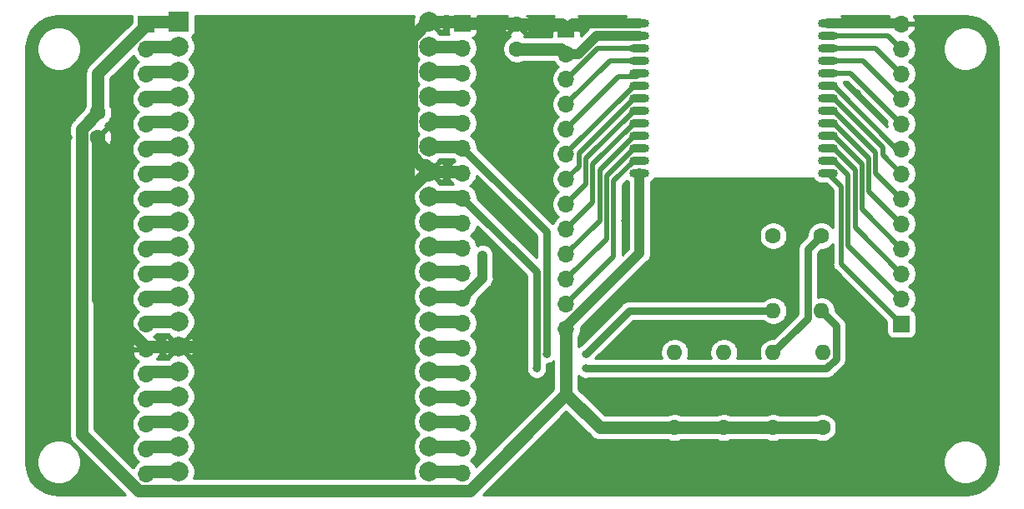
<source format=gtl>
G04 #@! TF.GenerationSoftware,KiCad,Pcbnew,5.1.9-73d0e3b20d~88~ubuntu20.04.1*
G04 #@! TF.CreationDate,2021-11-25T11:34:25+09:00*
G04 #@! TF.ProjectId,ES920LRB-ESP32,45533932-304c-4524-922d-45535033322e,v1.4*
G04 #@! TF.SameCoordinates,Original*
G04 #@! TF.FileFunction,Copper,L1,Top*
G04 #@! TF.FilePolarity,Positive*
%FSLAX46Y46*%
G04 Gerber Fmt 4.6, Leading zero omitted, Abs format (unit mm)*
G04 Created by KiCad (PCBNEW 5.1.9-73d0e3b20d~88~ubuntu20.04.1) date 2021-11-25 11:34:25*
%MOMM*%
%LPD*%
G01*
G04 APERTURE LIST*
G04 #@! TA.AperFunction,ComponentPad*
%ADD10C,2.000000*%
G04 #@! TD*
G04 #@! TA.AperFunction,ComponentPad*
%ADD11R,2.000000X2.000000*%
G04 #@! TD*
G04 #@! TA.AperFunction,ComponentPad*
%ADD12O,2.000000X0.900000*%
G04 #@! TD*
G04 #@! TA.AperFunction,ComponentPad*
%ADD13O,1.600000X1.600000*%
G04 #@! TD*
G04 #@! TA.AperFunction,ComponentPad*
%ADD14C,1.600000*%
G04 #@! TD*
G04 #@! TA.AperFunction,ComponentPad*
%ADD15O,1.700000X1.700000*%
G04 #@! TD*
G04 #@! TA.AperFunction,ComponentPad*
%ADD16R,1.700000X1.700000*%
G04 #@! TD*
G04 #@! TA.AperFunction,ViaPad*
%ADD17C,0.800000*%
G04 #@! TD*
G04 #@! TA.AperFunction,Conductor*
%ADD18C,1.270000*%
G04 #@! TD*
G04 #@! TA.AperFunction,Conductor*
%ADD19C,1.000000*%
G04 #@! TD*
G04 #@! TA.AperFunction,Conductor*
%ADD20C,0.500000*%
G04 #@! TD*
G04 #@! TA.AperFunction,Conductor*
%ADD21C,0.750000*%
G04 #@! TD*
G04 #@! TA.AperFunction,Conductor*
%ADD22C,0.254000*%
G04 #@! TD*
G04 #@! TA.AperFunction,Conductor*
%ADD23C,0.100000*%
G04 #@! TD*
G04 APERTURE END LIST*
D10*
G04 #@! TO.P,U1,38*
G04 #@! TO.N,Net-(J2-Pad19)*
X138605000Y-139960000D03*
G04 #@! TO.P,U1,37*
G04 #@! TO.N,Net-(J2-Pad18)*
X138605000Y-137420000D03*
G04 #@! TO.P,U1,36*
G04 #@! TO.N,Net-(J2-Pad17)*
X138605000Y-134880000D03*
G04 #@! TO.P,U1,35*
G04 #@! TO.N,Net-(J2-Pad16)*
X138605000Y-132340000D03*
G04 #@! TO.P,U1,34*
G04 #@! TO.N,Net-(J2-Pad15)*
X138605000Y-129800000D03*
G04 #@! TO.P,U1,33*
G04 #@! TO.N,Net-(J2-Pad14)*
X138605000Y-127260000D03*
G04 #@! TO.P,U1,32*
G04 #@! TO.N,Net-(J2-Pad13)*
X138605000Y-124720000D03*
G04 #@! TO.P,U1,31*
G04 #@! TO.N,Host_RX-ES920_TX*
X138605000Y-122180000D03*
G04 #@! TO.P,U1,30*
G04 #@! TO.N,Host_TX-ES920RX*
X138605000Y-119640000D03*
G04 #@! TO.P,U1,29*
G04 #@! TO.N,Net-(J2-Pad10)*
X138605000Y-117100000D03*
G04 #@! TO.P,U1,28*
G04 #@! TO.N,Net-(J2-Pad9)*
X138605000Y-114560000D03*
G04 #@! TO.P,U1,27*
G04 #@! TO.N,Net-(J2-Pad8)*
X138605000Y-112020000D03*
G04 #@! TO.P,U1,26*
G04 #@! TO.N,GND*
X138605000Y-109480000D03*
G04 #@! TO.P,U1,25*
G04 #@! TO.N,Net-(J2-Pad6)*
X138605000Y-106940000D03*
G04 #@! TO.P,U1,24*
G04 #@! TO.N,Net-(J2-Pad5)*
X138605000Y-104400000D03*
G04 #@! TO.P,U1,23*
G04 #@! TO.N,Net-(J2-Pad4)*
X138605000Y-101860000D03*
G04 #@! TO.P,U1,22*
G04 #@! TO.N,Net-(J2-Pad3)*
X138605000Y-99320000D03*
G04 #@! TO.P,U1,21*
G04 #@! TO.N,Net-(J2-Pad2)*
X138605000Y-96780000D03*
G04 #@! TO.P,U1,20*
G04 #@! TO.N,GND*
X138605000Y-94240000D03*
G04 #@! TO.P,U1,18*
G04 #@! TO.N,Net-(J1-Pad18)*
X113205000Y-137420000D03*
G04 #@! TO.P,U1,17*
G04 #@! TO.N,Net-(J1-Pad17)*
X113205000Y-134880000D03*
G04 #@! TO.P,U1,16*
G04 #@! TO.N,Net-(J1-Pad16)*
X113205000Y-132340000D03*
G04 #@! TO.P,U1,15*
G04 #@! TO.N,Net-(J1-Pad15)*
X113205000Y-129800000D03*
G04 #@! TO.P,U1,14*
G04 #@! TO.N,GND*
X113205000Y-127260000D03*
G04 #@! TO.P,U1,13*
G04 #@! TO.N,Net-(J1-Pad13)*
X113205000Y-124720000D03*
G04 #@! TO.P,U1,12*
G04 #@! TO.N,Net-(J1-Pad12)*
X113205000Y-122180000D03*
G04 #@! TO.P,U1,11*
G04 #@! TO.N,Net-(J1-Pad11)*
X113205000Y-119640000D03*
G04 #@! TO.P,U1,10*
G04 #@! TO.N,Net-(J1-Pad10)*
X113205000Y-117100000D03*
G04 #@! TO.P,U1,9*
G04 #@! TO.N,Net-(J1-Pad9)*
X113205000Y-114560000D03*
G04 #@! TO.P,U1,8*
G04 #@! TO.N,Net-(J1-Pad8)*
X113205000Y-112020000D03*
G04 #@! TO.P,U1,7*
G04 #@! TO.N,Net-(J1-Pad7)*
X113205000Y-109480000D03*
G04 #@! TO.P,U1,6*
G04 #@! TO.N,Net-(J1-Pad6)*
X113205000Y-106940000D03*
G04 #@! TO.P,U1,5*
G04 #@! TO.N,Net-(J1-Pad5)*
X113205000Y-104400000D03*
G04 #@! TO.P,U1,4*
G04 #@! TO.N,Net-(J1-Pad4)*
X113205000Y-101860000D03*
G04 #@! TO.P,U1,3*
G04 #@! TO.N,Net-(J1-Pad3)*
X113205000Y-99320000D03*
G04 #@! TO.P,U1,19*
G04 #@! TO.N,Net-(J1-Pad19)*
X113205000Y-139960000D03*
G04 #@! TO.P,U1,2*
G04 #@! TO.N,Net-(J1-Pad2)*
X113205000Y-96780000D03*
D11*
G04 #@! TO.P,U1,1*
G04 #@! TO.N,+3V3*
X113205000Y-94240000D03*
G04 #@! TD*
D12*
G04 #@! TO.P,M1,26*
G04 #@! TO.N,GND*
X179050000Y-94380000D03*
G04 #@! TO.P,M1,1*
X159950000Y-94380000D03*
G04 #@! TO.P,M1,25*
G04 #@! TO.N,Net-(J4-Pad12)*
X179050000Y-95650000D03*
G04 #@! TO.P,M1,2*
G04 #@! TO.N,+3V3*
X159950000Y-95650000D03*
G04 #@! TO.P,M1,24*
G04 #@! TO.N,ES920_NRST*
X179050000Y-96920000D03*
G04 #@! TO.P,M1,3*
G04 #@! TO.N,Net-(J3-Pad3)*
X159950000Y-96920000D03*
G04 #@! TO.P,M1,23*
G04 #@! TO.N,Net-(J4-Pad10)*
X179050000Y-98190000D03*
G04 #@! TO.P,M1,4*
G04 #@! TO.N,Net-(J3-Pad4)*
X159950000Y-98190000D03*
G04 #@! TO.P,M1,22*
G04 #@! TO.N,Net-(J4-Pad9)*
X179050000Y-99460000D03*
G04 #@! TO.P,M1,5*
G04 #@! TO.N,Net-(J3-Pad5)*
X159950000Y-99460000D03*
G04 #@! TO.P,M1,21*
G04 #@! TO.N,Net-(J4-Pad8)*
X179050000Y-100730000D03*
G04 #@! TO.P,M1,6*
G04 #@! TO.N,Net-(J3-Pad6)*
X159950000Y-100730000D03*
G04 #@! TO.P,M1,20*
G04 #@! TO.N,Net-(J4-Pad7)*
X179050000Y-102000000D03*
G04 #@! TO.P,M1,7*
G04 #@! TO.N,Net-(J3-Pad7)*
X159950000Y-102000000D03*
G04 #@! TO.P,M1,19*
G04 #@! TO.N,Net-(J4-Pad6)*
X179050000Y-103270000D03*
G04 #@! TO.P,M1,8*
G04 #@! TO.N,Host_RX-ES920_TX*
X159950000Y-103270000D03*
G04 #@! TO.P,M1,18*
G04 #@! TO.N,Net-(J4-Pad5)*
X179050000Y-104540000D03*
G04 #@! TO.P,M1,9*
G04 #@! TO.N,Host_TX-ES920RX*
X159950000Y-104540000D03*
G04 #@! TO.P,M1,17*
G04 #@! TO.N,Net-(J4-Pad4)*
X179050000Y-105810000D03*
G04 #@! TO.P,M1,10*
G04 #@! TO.N,Net-(J3-Pad10)*
X159950000Y-105810000D03*
G04 #@! TO.P,M1,16*
G04 #@! TO.N,ES920_WKUP1*
X179050000Y-107080000D03*
G04 #@! TO.P,M1,11*
G04 #@! TO.N,Net-(J3-Pad11)*
X159950000Y-107080000D03*
G04 #@! TO.P,M1,15*
G04 #@! TO.N,Net-(J4-Pad2)*
X179050000Y-108350000D03*
G04 #@! TO.P,M1,12*
G04 #@! TO.N,Net-(J3-Pad12)*
X159950000Y-108350000D03*
G04 #@! TO.P,M1,14*
G04 #@! TO.N,Net-(J4-Pad1)*
X179050000Y-109620000D03*
G04 #@! TO.P,M1,13*
G04 #@! TO.N,+3V3*
X159950000Y-109620000D03*
G04 #@! TD*
D13*
G04 #@! TO.P,R6,2*
G04 #@! TO.N,Net-(J2-Pad6)*
X173500000Y-123620000D03*
D14*
G04 #@! TO.P,R6,1*
G04 #@! TO.N,ES920_NRST*
X173500000Y-116000000D03*
G04 #@! TD*
D13*
G04 #@! TO.P,R5,2*
G04 #@! TO.N,Net-(J2-Pad8)*
X178380000Y-123620000D03*
D14*
G04 #@! TO.P,R5,1*
G04 #@! TO.N,ES920_WKUP1*
X178380000Y-116000000D03*
G04 #@! TD*
D13*
G04 #@! TO.P,R4,2*
G04 #@! TO.N,Host_RX-ES920_TX*
X168500000Y-127880000D03*
D14*
G04 #@! TO.P,R4,1*
G04 #@! TO.N,+3V3*
X168500000Y-135500000D03*
G04 #@! TD*
D13*
G04 #@! TO.P,R3,2*
G04 #@! TO.N,Host_TX-ES920RX*
X163500000Y-127880000D03*
D14*
G04 #@! TO.P,R3,1*
G04 #@! TO.N,+3V3*
X163500000Y-135500000D03*
G04 #@! TD*
D13*
G04 #@! TO.P,R2,2*
G04 #@! TO.N,ES920_NRST*
X178500000Y-127880000D03*
D14*
G04 #@! TO.P,R2,1*
G04 #@! TO.N,+3V3*
X178500000Y-135500000D03*
G04 #@! TD*
D13*
G04 #@! TO.P,R1,2*
G04 #@! TO.N,ES920_WKUP1*
X173500000Y-127880000D03*
D14*
G04 #@! TO.P,R1,1*
G04 #@! TO.N,+3V3*
X173500000Y-135500000D03*
G04 #@! TD*
D15*
G04 #@! TO.P,J4,13*
G04 #@! TO.N,GND*
X186500000Y-94460000D03*
G04 #@! TO.P,J4,12*
G04 #@! TO.N,Net-(J4-Pad12)*
X186500000Y-97000000D03*
G04 #@! TO.P,J4,11*
G04 #@! TO.N,ES920_NRST*
X186500000Y-99540000D03*
G04 #@! TO.P,J4,10*
G04 #@! TO.N,Net-(J4-Pad10)*
X186500000Y-102080000D03*
G04 #@! TO.P,J4,9*
G04 #@! TO.N,Net-(J4-Pad9)*
X186500000Y-104620000D03*
G04 #@! TO.P,J4,8*
G04 #@! TO.N,Net-(J4-Pad8)*
X186500000Y-107160000D03*
G04 #@! TO.P,J4,7*
G04 #@! TO.N,Net-(J4-Pad7)*
X186500000Y-109700000D03*
G04 #@! TO.P,J4,6*
G04 #@! TO.N,Net-(J4-Pad6)*
X186500000Y-112240000D03*
G04 #@! TO.P,J4,5*
G04 #@! TO.N,Net-(J4-Pad5)*
X186500000Y-114780000D03*
G04 #@! TO.P,J4,4*
G04 #@! TO.N,Net-(J4-Pad4)*
X186500000Y-117320000D03*
G04 #@! TO.P,J4,3*
G04 #@! TO.N,ES920_WKUP1*
X186500000Y-119860000D03*
G04 #@! TO.P,J4,2*
G04 #@! TO.N,Net-(J4-Pad2)*
X186500000Y-122400000D03*
D16*
G04 #@! TO.P,J4,1*
G04 #@! TO.N,Net-(J4-Pad1)*
X186500000Y-124940000D03*
G04 #@! TD*
D15*
G04 #@! TO.P,J3,13*
G04 #@! TO.N,+3V3*
X152500000Y-125480000D03*
G04 #@! TO.P,J3,12*
G04 #@! TO.N,Net-(J3-Pad12)*
X152500000Y-122940000D03*
G04 #@! TO.P,J3,11*
G04 #@! TO.N,Net-(J3-Pad11)*
X152500000Y-120400000D03*
G04 #@! TO.P,J3,10*
G04 #@! TO.N,Net-(J3-Pad10)*
X152500000Y-117860000D03*
G04 #@! TO.P,J3,9*
G04 #@! TO.N,Host_TX-ES920RX*
X152500000Y-115320000D03*
G04 #@! TO.P,J3,8*
G04 #@! TO.N,Host_RX-ES920_TX*
X152500000Y-112780000D03*
G04 #@! TO.P,J3,7*
G04 #@! TO.N,Net-(J3-Pad7)*
X152500000Y-110240000D03*
G04 #@! TO.P,J3,6*
G04 #@! TO.N,Net-(J3-Pad6)*
X152500000Y-107700000D03*
G04 #@! TO.P,J3,5*
G04 #@! TO.N,Net-(J3-Pad5)*
X152500000Y-105160000D03*
G04 #@! TO.P,J3,4*
G04 #@! TO.N,Net-(J3-Pad4)*
X152500000Y-102620000D03*
G04 #@! TO.P,J3,3*
G04 #@! TO.N,Net-(J3-Pad3)*
X152500000Y-100080000D03*
G04 #@! TO.P,J3,2*
G04 #@! TO.N,+3V3*
X152500000Y-97540000D03*
D16*
G04 #@! TO.P,J3,1*
G04 #@! TO.N,GND*
X152500000Y-95000000D03*
G04 #@! TD*
D15*
G04 #@! TO.P,J2,19*
G04 #@! TO.N,Net-(J2-Pad19)*
X142000000Y-140100000D03*
G04 #@! TO.P,J2,18*
G04 #@! TO.N,Net-(J2-Pad18)*
X142000000Y-137560000D03*
G04 #@! TO.P,J2,17*
G04 #@! TO.N,Net-(J2-Pad17)*
X142000000Y-135020000D03*
G04 #@! TO.P,J2,16*
G04 #@! TO.N,Net-(J2-Pad16)*
X142000000Y-132480000D03*
G04 #@! TO.P,J2,15*
G04 #@! TO.N,Net-(J2-Pad15)*
X142000000Y-129940000D03*
G04 #@! TO.P,J2,14*
G04 #@! TO.N,Net-(J2-Pad14)*
X142000000Y-127400000D03*
G04 #@! TO.P,J2,13*
G04 #@! TO.N,Net-(J2-Pad13)*
X142000000Y-124860000D03*
G04 #@! TO.P,J2,12*
G04 #@! TO.N,Host_RX-ES920_TX*
X142000000Y-122320000D03*
G04 #@! TO.P,J2,11*
G04 #@! TO.N,Host_TX-ES920RX*
X142000000Y-119780000D03*
G04 #@! TO.P,J2,10*
G04 #@! TO.N,Net-(J2-Pad10)*
X142000000Y-117240000D03*
G04 #@! TO.P,J2,9*
G04 #@! TO.N,Net-(J2-Pad9)*
X142000000Y-114700000D03*
G04 #@! TO.P,J2,8*
G04 #@! TO.N,Net-(J2-Pad8)*
X142000000Y-112160000D03*
G04 #@! TO.P,J2,7*
G04 #@! TO.N,GND*
X142000000Y-109620000D03*
G04 #@! TO.P,J2,6*
G04 #@! TO.N,Net-(J2-Pad6)*
X142000000Y-107080000D03*
G04 #@! TO.P,J2,5*
G04 #@! TO.N,Net-(J2-Pad5)*
X142000000Y-104540000D03*
G04 #@! TO.P,J2,4*
G04 #@! TO.N,Net-(J2-Pad4)*
X142000000Y-102000000D03*
G04 #@! TO.P,J2,3*
G04 #@! TO.N,Net-(J2-Pad3)*
X142000000Y-99460000D03*
G04 #@! TO.P,J2,2*
G04 #@! TO.N,Net-(J2-Pad2)*
X142000000Y-96920000D03*
D16*
G04 #@! TO.P,J2,1*
G04 #@! TO.N,GND*
X142000000Y-94380000D03*
G04 #@! TD*
D15*
G04 #@! TO.P,J1,19*
G04 #@! TO.N,Net-(J1-Pad19)*
X109900000Y-140220000D03*
G04 #@! TO.P,J1,18*
G04 #@! TO.N,Net-(J1-Pad18)*
X109900000Y-137680000D03*
G04 #@! TO.P,J1,17*
G04 #@! TO.N,Net-(J1-Pad17)*
X109900000Y-135140000D03*
G04 #@! TO.P,J1,16*
G04 #@! TO.N,Net-(J1-Pad16)*
X109900000Y-132600000D03*
G04 #@! TO.P,J1,15*
G04 #@! TO.N,Net-(J1-Pad15)*
X109900000Y-130060000D03*
G04 #@! TO.P,J1,14*
G04 #@! TO.N,GND*
X109900000Y-127520000D03*
G04 #@! TO.P,J1,13*
G04 #@! TO.N,Net-(J1-Pad13)*
X109900000Y-124980000D03*
G04 #@! TO.P,J1,12*
G04 #@! TO.N,Net-(J1-Pad12)*
X109900000Y-122440000D03*
G04 #@! TO.P,J1,11*
G04 #@! TO.N,Net-(J1-Pad11)*
X109900000Y-119900000D03*
G04 #@! TO.P,J1,10*
G04 #@! TO.N,Net-(J1-Pad10)*
X109900000Y-117360000D03*
G04 #@! TO.P,J1,9*
G04 #@! TO.N,Net-(J1-Pad9)*
X109900000Y-114820000D03*
G04 #@! TO.P,J1,8*
G04 #@! TO.N,Net-(J1-Pad8)*
X109900000Y-112280000D03*
G04 #@! TO.P,J1,7*
G04 #@! TO.N,Net-(J1-Pad7)*
X109900000Y-109740000D03*
G04 #@! TO.P,J1,6*
G04 #@! TO.N,Net-(J1-Pad6)*
X109900000Y-107200000D03*
G04 #@! TO.P,J1,5*
G04 #@! TO.N,Net-(J1-Pad5)*
X109900000Y-104660000D03*
G04 #@! TO.P,J1,4*
G04 #@! TO.N,Net-(J1-Pad4)*
X109900000Y-102120000D03*
G04 #@! TO.P,J1,3*
G04 #@! TO.N,Net-(J1-Pad3)*
X109900000Y-99580000D03*
G04 #@! TO.P,J1,2*
G04 #@! TO.N,Net-(J1-Pad2)*
X109900000Y-97040000D03*
D16*
G04 #@! TO.P,J1,1*
G04 #@! TO.N,+3V3*
X109900000Y-94500000D03*
G04 #@! TD*
D14*
G04 #@! TO.P,C2,2*
G04 #@! TO.N,GND*
X147500000Y-94500000D03*
G04 #@! TO.P,C2,1*
G04 #@! TO.N,+3V3*
X147500000Y-97000000D03*
G04 #@! TD*
G04 #@! TO.P,C1,2*
G04 #@! TO.N,GND*
X105000000Y-106000000D03*
G04 #@! TO.P,C1,1*
G04 #@! TO.N,+3V3*
X105000000Y-103500000D03*
G04 #@! TD*
D17*
G04 #@! TO.N,GND*
X102000000Y-103000000D03*
X102000000Y-106000000D03*
X147000000Y-128000000D03*
X147000000Y-130000000D03*
X145000000Y-113000000D03*
X158500000Y-114500000D03*
X182000000Y-101500000D03*
X166000000Y-114000000D03*
X166000000Y-121000000D03*
X166000000Y-126000000D03*
G04 #@! TO.N,Host_RX-ES920_TX*
X144000000Y-118000000D03*
G04 #@! TO.N,Net-(J2-Pad8)*
X154500000Y-129500000D03*
X149500000Y-129500000D03*
G04 #@! TO.N,Net-(J2-Pad6)*
X150500000Y-128000000D03*
X154500000Y-128000000D03*
G04 #@! TD*
D18*
G04 #@! TO.N,GND*
X141860000Y-94240000D02*
X142000000Y-94380000D01*
X138605000Y-94240000D02*
X141860000Y-94240000D01*
X147380000Y-94380000D02*
X147500000Y-94500000D01*
X142000000Y-94380000D02*
X147380000Y-94380000D01*
X152000000Y-94500000D02*
X152500000Y-95000000D01*
X147500000Y-94500000D02*
X152000000Y-94500000D01*
X141860000Y-109480000D02*
X142000000Y-109620000D01*
X138605000Y-109480000D02*
X141860000Y-109480000D01*
D19*
X153120000Y-94380000D02*
X159950000Y-94380000D01*
X152500000Y-95000000D02*
X153120000Y-94380000D01*
X186420000Y-94380000D02*
X186500000Y-94460000D01*
X179050000Y-94380000D02*
X186420000Y-94380000D01*
D18*
X110000000Y-127473802D02*
X110000000Y-127520000D01*
X105000000Y-122473802D02*
X110000000Y-127473802D01*
X105000000Y-106000000D02*
X105000000Y-122473802D01*
X138429198Y-109480000D02*
X138605000Y-109480000D01*
X120649198Y-127260000D02*
X138429198Y-109480000D01*
X113205000Y-127260000D02*
X120649198Y-127260000D01*
X138429198Y-94240000D02*
X138605000Y-94240000D01*
X136769999Y-95899199D02*
X138429198Y-94240000D01*
X136769999Y-107820801D02*
X136769999Y-95899199D01*
X137724199Y-108775001D02*
X136769999Y-107820801D01*
X138275001Y-108775001D02*
X137724199Y-108775001D01*
X138605000Y-109105000D02*
X138275001Y-108775001D01*
X138605000Y-109480000D02*
X138605000Y-109105000D01*
X110160000Y-127260000D02*
X109900000Y-127520000D01*
X113205000Y-127260000D02*
X110160000Y-127260000D01*
G04 #@! TO.N,+3V3*
X105000000Y-99500000D02*
X105000000Y-103500000D01*
X110000000Y-94500000D02*
X105000000Y-99500000D01*
X152500000Y-125480000D02*
X152500000Y-132093802D01*
X155906198Y-135500000D02*
X152500000Y-132093802D01*
X163500000Y-135500000D02*
X155906198Y-135500000D01*
X163500000Y-135500000D02*
X168500000Y-135500000D01*
X168500000Y-135500000D02*
X173500000Y-135500000D01*
X173500000Y-135500000D02*
X178500000Y-135500000D01*
X151960000Y-97000000D02*
X152500000Y-97540000D01*
X147500000Y-97000000D02*
X151960000Y-97000000D01*
D19*
X153702081Y-97540000D02*
X152500000Y-97540000D01*
X155592081Y-95650000D02*
X153702081Y-97540000D01*
X159950000Y-95650000D02*
X155592081Y-95650000D01*
X152500000Y-125234002D02*
X152500000Y-125480000D01*
X159950000Y-117784002D02*
X152500000Y-125234002D01*
X159950000Y-109620000D02*
X159950000Y-117784002D01*
D18*
X110160000Y-94240000D02*
X109900000Y-94500000D01*
X113205000Y-94240000D02*
X110160000Y-94240000D01*
X142688801Y-141905001D02*
X152500000Y-132093802D01*
X109091199Y-141905001D02*
X142688801Y-141905001D01*
X103364999Y-136178801D02*
X109091199Y-141905001D01*
X103364999Y-105135001D02*
X103364999Y-136178801D01*
X105000000Y-103500000D02*
X103364999Y-105135001D01*
G04 #@! TO.N,Net-(J1-Pad19)*
X110160000Y-139960000D02*
X109900000Y-140220000D01*
X113205000Y-139960000D02*
X110160000Y-139960000D01*
G04 #@! TO.N,Net-(J1-Pad18)*
X110160000Y-137420000D02*
X109900000Y-137680000D01*
X113205000Y-137420000D02*
X110160000Y-137420000D01*
G04 #@! TO.N,Net-(J1-Pad17)*
X110160000Y-134880000D02*
X109900000Y-135140000D01*
X113205000Y-134880000D02*
X110160000Y-134880000D01*
G04 #@! TO.N,Net-(J1-Pad16)*
X110160000Y-132340000D02*
X109900000Y-132600000D01*
X113205000Y-132340000D02*
X110160000Y-132340000D01*
G04 #@! TO.N,Net-(J1-Pad15)*
X110160000Y-129800000D02*
X109900000Y-130060000D01*
X113205000Y-129800000D02*
X110160000Y-129800000D01*
G04 #@! TO.N,Net-(J1-Pad13)*
X110160000Y-124720000D02*
X109900000Y-124980000D01*
X113205000Y-124720000D02*
X110160000Y-124720000D01*
G04 #@! TO.N,Net-(J1-Pad12)*
X110160000Y-122180000D02*
X109900000Y-122440000D01*
X113205000Y-122180000D02*
X110160000Y-122180000D01*
G04 #@! TO.N,Net-(J1-Pad11)*
X110160000Y-119640000D02*
X109900000Y-119900000D01*
X113205000Y-119640000D02*
X110160000Y-119640000D01*
G04 #@! TO.N,Net-(J1-Pad10)*
X110160000Y-117100000D02*
X109900000Y-117360000D01*
X113205000Y-117100000D02*
X110160000Y-117100000D01*
G04 #@! TO.N,Net-(J1-Pad9)*
X110160000Y-114560000D02*
X109900000Y-114820000D01*
X113205000Y-114560000D02*
X110160000Y-114560000D01*
G04 #@! TO.N,Net-(J1-Pad8)*
X110160000Y-112020000D02*
X109900000Y-112280000D01*
X113205000Y-112020000D02*
X110160000Y-112020000D01*
G04 #@! TO.N,Net-(J1-Pad7)*
X110160000Y-109480000D02*
X109900000Y-109740000D01*
X113205000Y-109480000D02*
X110160000Y-109480000D01*
G04 #@! TO.N,Net-(J1-Pad6)*
X110160000Y-106940000D02*
X109900000Y-107200000D01*
X113205000Y-106940000D02*
X110160000Y-106940000D01*
G04 #@! TO.N,Net-(J1-Pad5)*
X110160000Y-104400000D02*
X109900000Y-104660000D01*
X113205000Y-104400000D02*
X110160000Y-104400000D01*
G04 #@! TO.N,Net-(J1-Pad4)*
X110160000Y-101860000D02*
X109900000Y-102120000D01*
X113205000Y-101860000D02*
X110160000Y-101860000D01*
G04 #@! TO.N,Net-(J1-Pad3)*
X110160000Y-99320000D02*
X109900000Y-99580000D01*
X113205000Y-99320000D02*
X110160000Y-99320000D01*
G04 #@! TO.N,Net-(J1-Pad2)*
X110160000Y-96780000D02*
X109900000Y-97040000D01*
X113205000Y-96780000D02*
X110160000Y-96780000D01*
G04 #@! TO.N,Net-(J2-Pad19)*
X141860000Y-139960000D02*
X142000000Y-140100000D01*
X138605000Y-139960000D02*
X141860000Y-139960000D01*
G04 #@! TO.N,Net-(J2-Pad18)*
X141860000Y-137420000D02*
X142000000Y-137560000D01*
X138605000Y-137420000D02*
X141860000Y-137420000D01*
G04 #@! TO.N,Net-(J2-Pad17)*
X141860000Y-134880000D02*
X142000000Y-135020000D01*
X138605000Y-134880000D02*
X141860000Y-134880000D01*
G04 #@! TO.N,Net-(J2-Pad16)*
X141860000Y-132340000D02*
X142000000Y-132480000D01*
X138605000Y-132340000D02*
X141860000Y-132340000D01*
G04 #@! TO.N,Net-(J2-Pad15)*
X141860000Y-129800000D02*
X142000000Y-129940000D01*
X138605000Y-129800000D02*
X141860000Y-129800000D01*
G04 #@! TO.N,Net-(J2-Pad14)*
X141860000Y-127260000D02*
X142000000Y-127400000D01*
X138605000Y-127260000D02*
X141860000Y-127260000D01*
G04 #@! TO.N,Net-(J2-Pad13)*
X141860000Y-124720000D02*
X142000000Y-124860000D01*
X138605000Y-124720000D02*
X141860000Y-124720000D01*
G04 #@! TO.N,Host_RX-ES920_TX*
X141860000Y-122180000D02*
X142000000Y-122320000D01*
X138605000Y-122180000D02*
X141860000Y-122180000D01*
D20*
X154500011Y-110779989D02*
X152500000Y-112780000D01*
X154500011Y-108167183D02*
X154500011Y-110779989D01*
X159397194Y-103270000D02*
X154500011Y-108167183D01*
X159950000Y-103270000D02*
X159397194Y-103270000D01*
D19*
X144000000Y-120320000D02*
X144000000Y-118000000D01*
X142000000Y-122320000D02*
X144000000Y-120320000D01*
D18*
G04 #@! TO.N,Host_TX-ES920RX*
X141860000Y-119640000D02*
X142000000Y-119780000D01*
X138605000Y-119640000D02*
X141860000Y-119640000D01*
D20*
X155200021Y-112619979D02*
X152500000Y-115320000D01*
X155200021Y-108737173D02*
X155200021Y-112619979D01*
X159397194Y-104540000D02*
X155200021Y-108737173D01*
X159950000Y-104540000D02*
X159397194Y-104540000D01*
D18*
G04 #@! TO.N,Net-(J2-Pad10)*
X141860000Y-117100000D02*
X142000000Y-117240000D01*
X138605000Y-117100000D02*
X141860000Y-117100000D01*
G04 #@! TO.N,Net-(J2-Pad9)*
X141860000Y-114560000D02*
X142000000Y-114700000D01*
X138605000Y-114560000D02*
X141860000Y-114560000D01*
G04 #@! TO.N,Net-(J2-Pad8)*
X141860000Y-112020000D02*
X142000000Y-112160000D01*
X138605000Y-112020000D02*
X141860000Y-112020000D01*
D21*
X149500000Y-119660000D02*
X142000000Y-112160000D01*
X149500000Y-129500000D02*
X149500000Y-119660000D01*
X179875001Y-125115001D02*
X178380000Y-123620000D01*
X179875001Y-128540001D02*
X179875001Y-125115001D01*
X178915002Y-129500000D02*
X179875001Y-128540001D01*
X154500000Y-129500000D02*
X178915002Y-129500000D01*
D18*
G04 #@! TO.N,Net-(J2-Pad6)*
X141860000Y-106940000D02*
X142000000Y-107080000D01*
X138605000Y-106940000D02*
X141860000Y-106940000D01*
D21*
X150500000Y-115580000D02*
X142000000Y-107080000D01*
X173500000Y-123620000D02*
X158880000Y-123620000D01*
X158880000Y-123620000D02*
X154500000Y-128000000D01*
X150500000Y-128000000D02*
X150500000Y-115580000D01*
D18*
G04 #@! TO.N,Net-(J2-Pad5)*
X141860000Y-104400000D02*
X142000000Y-104540000D01*
X138605000Y-104400000D02*
X141860000Y-104400000D01*
G04 #@! TO.N,Net-(J2-Pad4)*
X141860000Y-101860000D02*
X142000000Y-102000000D01*
X138605000Y-101860000D02*
X141860000Y-101860000D01*
G04 #@! TO.N,Net-(J2-Pad3)*
X141860000Y-99320000D02*
X142000000Y-99460000D01*
X138605000Y-99320000D02*
X141860000Y-99320000D01*
G04 #@! TO.N,Net-(J2-Pad2)*
X141860000Y-96780000D02*
X142000000Y-96920000D01*
X138605000Y-96780000D02*
X141860000Y-96780000D01*
D20*
G04 #@! TO.N,Net-(J3-Pad12)*
X157300051Y-118139949D02*
X152500000Y-122940000D01*
X157300051Y-110447143D02*
X157300051Y-118139949D01*
X159397194Y-108350000D02*
X157300051Y-110447143D01*
X159950000Y-108350000D02*
X159397194Y-108350000D01*
G04 #@! TO.N,Net-(J3-Pad11)*
X156600041Y-116299959D02*
X152500000Y-120400000D01*
X156600041Y-109877153D02*
X156600041Y-116299959D01*
X159397194Y-107080000D02*
X156600041Y-109877153D01*
X159950000Y-107080000D02*
X159397194Y-107080000D01*
G04 #@! TO.N,Net-(J3-Pad10)*
X155900031Y-114459969D02*
X152500000Y-117860000D01*
X155900031Y-109307163D02*
X155900031Y-114459969D01*
X159397194Y-105810000D02*
X155900031Y-109307163D01*
X159950000Y-105810000D02*
X159397194Y-105810000D01*
G04 #@! TO.N,Net-(J3-Pad7)*
X153800001Y-108939999D02*
X152500000Y-110240000D01*
X153800001Y-107597193D02*
X153800001Y-108939999D01*
X159397194Y-102000000D02*
X153800001Y-107597193D01*
X159950000Y-102000000D02*
X159397194Y-102000000D01*
G04 #@! TO.N,Net-(J3-Pad6)*
X152500000Y-107627194D02*
X152500000Y-107700000D01*
X159397194Y-100730000D02*
X152500000Y-107627194D01*
X159950000Y-100730000D02*
X159397194Y-100730000D01*
G04 #@! TO.N,Net-(J3-Pad5)*
X157830010Y-99829990D02*
X152500000Y-105160000D01*
X159670010Y-99829990D02*
X157830010Y-99829990D01*
X159950000Y-99550000D02*
X159670010Y-99829990D01*
X159950000Y-99460000D02*
X159950000Y-99550000D01*
G04 #@! TO.N,Net-(J3-Pad4)*
X156930000Y-98190000D02*
X152500000Y-102620000D01*
X159950000Y-98190000D02*
X156930000Y-98190000D01*
G04 #@! TO.N,Net-(J3-Pad3)*
X152505597Y-100080000D02*
X152500000Y-100080000D01*
X155665597Y-96920000D02*
X152505597Y-100080000D01*
X159950000Y-96920000D02*
X155665597Y-96920000D01*
G04 #@! TO.N,Net-(J4-Pad12)*
X185150000Y-95650000D02*
X186500000Y-97000000D01*
X179050000Y-95650000D02*
X185150000Y-95650000D01*
G04 #@! TO.N,ES920_NRST*
X183880000Y-96920000D02*
X186500000Y-99540000D01*
X179050000Y-96920000D02*
X183880000Y-96920000D01*
G04 #@! TO.N,Net-(J4-Pad10)*
X182610000Y-98190000D02*
X186500000Y-102080000D01*
X179050000Y-98190000D02*
X182610000Y-98190000D01*
G04 #@! TO.N,Net-(J4-Pad9)*
X181340000Y-99460000D02*
X186500000Y-104620000D01*
X179050000Y-99460000D02*
X181340000Y-99460000D01*
G04 #@! TO.N,Net-(J4-Pad8)*
X186032806Y-107160000D02*
X186500000Y-107160000D01*
X179602806Y-100730000D02*
X186032806Y-107160000D01*
X179050000Y-100730000D02*
X179602806Y-100730000D01*
G04 #@! TO.N,Net-(J4-Pad7)*
X184602806Y-107802806D02*
X186500000Y-109700000D01*
X184602806Y-107000000D02*
X184602806Y-107802806D01*
X179602806Y-102000000D02*
X184602806Y-107000000D01*
X179050000Y-102000000D02*
X179602806Y-102000000D01*
G04 #@! TO.N,Net-(J4-Pad6)*
X183902796Y-109642796D02*
X186500000Y-112240000D01*
X183902796Y-107569990D02*
X183902796Y-109642796D01*
X179602806Y-103270000D02*
X183902796Y-107569990D01*
X179050000Y-103270000D02*
X179602806Y-103270000D01*
G04 #@! TO.N,Net-(J4-Pad5)*
X183202786Y-111482786D02*
X186500000Y-114780000D01*
X183202786Y-108139980D02*
X183202786Y-111482786D01*
X179602806Y-104540000D02*
X183202786Y-108139980D01*
X179050000Y-104540000D02*
X179602806Y-104540000D01*
G04 #@! TO.N,Net-(J4-Pad4)*
X182502776Y-113322776D02*
X186500000Y-117320000D01*
X182502776Y-108709970D02*
X182502776Y-113322776D01*
X179602806Y-105810000D02*
X182502776Y-108709970D01*
X179050000Y-105810000D02*
X179602806Y-105810000D01*
G04 #@! TO.N,ES920_WKUP1*
X181802766Y-115162766D02*
X186500000Y-119860000D01*
X181802766Y-109279960D02*
X181802766Y-115162766D01*
X179602806Y-107080000D02*
X181802766Y-109279960D01*
X179050000Y-107080000D02*
X179602806Y-107080000D01*
D21*
X177004999Y-124375001D02*
X173500000Y-127880000D01*
X177004999Y-117375001D02*
X177004999Y-124375001D01*
X178380000Y-116000000D02*
X177004999Y-117375001D01*
D20*
G04 #@! TO.N,Net-(J4-Pad2)*
X181102756Y-117002756D02*
X186500000Y-122400000D01*
X181102756Y-109849950D02*
X181102756Y-117002756D01*
X179602806Y-108350000D02*
X181102756Y-109849950D01*
X179050000Y-108350000D02*
X179602806Y-108350000D01*
G04 #@! TO.N,Net-(J4-Pad1)*
X180402746Y-118842746D02*
X186500000Y-124940000D01*
X180402746Y-110972746D02*
X180402746Y-118842746D01*
X179050000Y-109620000D02*
X180402746Y-110972746D01*
G04 #@! TD*
D22*
G04 #@! TO.N,GND*
X108411928Y-94292020D02*
X104146091Y-98557859D01*
X104097630Y-98597630D01*
X103938925Y-98791013D01*
X103820997Y-99011642D01*
X103771911Y-99173458D01*
X103761492Y-99207805D01*
X103748377Y-99251038D01*
X103730000Y-99437621D01*
X103730000Y-99437627D01*
X103723857Y-99500000D01*
X103730000Y-99562373D01*
X103730001Y-102817757D01*
X103728320Y-102820273D01*
X103620147Y-103081426D01*
X103619557Y-103084391D01*
X102511090Y-104192860D01*
X102462629Y-104232631D01*
X102303924Y-104426014D01*
X102185996Y-104646643D01*
X102138644Y-104802741D01*
X102115113Y-104880314D01*
X102113376Y-104886039D01*
X102094999Y-105072622D01*
X102094999Y-105072628D01*
X102088856Y-105135001D01*
X102094999Y-105197374D01*
X102095000Y-136116418D01*
X102088856Y-136178801D01*
X102113376Y-136427764D01*
X102169679Y-136613368D01*
X102185997Y-136667160D01*
X102303925Y-136887789D01*
X102462630Y-137081171D01*
X102511085Y-137120938D01*
X107730146Y-142340000D01*
X101032279Y-142340000D01*
X100351874Y-142273286D01*
X99728430Y-142085057D01*
X99153427Y-141779323D01*
X98648752Y-141367721D01*
X98233638Y-140865933D01*
X97923896Y-140293077D01*
X97731318Y-139670961D01*
X97660000Y-138992417D01*
X97660000Y-138779872D01*
X98765000Y-138779872D01*
X98765000Y-139220128D01*
X98850890Y-139651925D01*
X99019369Y-140058669D01*
X99263962Y-140424729D01*
X99575271Y-140736038D01*
X99941331Y-140980631D01*
X100348075Y-141149110D01*
X100779872Y-141235000D01*
X101220128Y-141235000D01*
X101651925Y-141149110D01*
X102058669Y-140980631D01*
X102424729Y-140736038D01*
X102736038Y-140424729D01*
X102980631Y-140058669D01*
X103149110Y-139651925D01*
X103235000Y-139220128D01*
X103235000Y-138779872D01*
X103149110Y-138348075D01*
X102980631Y-137941331D01*
X102736038Y-137575271D01*
X102424729Y-137263962D01*
X102058669Y-137019369D01*
X101651925Y-136850890D01*
X101220128Y-136765000D01*
X100779872Y-136765000D01*
X100348075Y-136850890D01*
X99941331Y-137019369D01*
X99575271Y-137263962D01*
X99263962Y-137575271D01*
X99019369Y-137941331D01*
X98850890Y-138348075D01*
X98765000Y-138779872D01*
X97660000Y-138779872D01*
X97660000Y-97032278D01*
X97684748Y-96779872D01*
X98765000Y-96779872D01*
X98765000Y-97220128D01*
X98850890Y-97651925D01*
X99019369Y-98058669D01*
X99263962Y-98424729D01*
X99575271Y-98736038D01*
X99941331Y-98980631D01*
X100348075Y-99149110D01*
X100779872Y-99235000D01*
X101220128Y-99235000D01*
X101651925Y-99149110D01*
X102058669Y-98980631D01*
X102424729Y-98736038D01*
X102736038Y-98424729D01*
X102980631Y-98058669D01*
X103149110Y-97651925D01*
X103235000Y-97220128D01*
X103235000Y-96779872D01*
X103149110Y-96348075D01*
X102980631Y-95941331D01*
X102736038Y-95575271D01*
X102424729Y-95263962D01*
X102058669Y-95019369D01*
X101651925Y-94850890D01*
X101220128Y-94765000D01*
X100779872Y-94765000D01*
X100348075Y-94850890D01*
X99941331Y-95019369D01*
X99575271Y-95263962D01*
X99263962Y-95575271D01*
X99019369Y-95941331D01*
X98850890Y-96348075D01*
X98765000Y-96779872D01*
X97684748Y-96779872D01*
X97726714Y-96351874D01*
X97914943Y-95728428D01*
X98220681Y-95153421D01*
X98632279Y-94648753D01*
X99134067Y-94233638D01*
X99706924Y-93923895D01*
X100329039Y-93731318D01*
X101007584Y-93660000D01*
X108411928Y-93660000D01*
X108411928Y-94292020D01*
G04 #@! TA.AperFunction,Conductor*
D23*
G36*
X108411928Y-94292020D02*
G01*
X104146091Y-98557859D01*
X104097630Y-98597630D01*
X103938925Y-98791013D01*
X103820997Y-99011642D01*
X103771911Y-99173458D01*
X103761492Y-99207805D01*
X103748377Y-99251038D01*
X103730000Y-99437621D01*
X103730000Y-99437627D01*
X103723857Y-99500000D01*
X103730000Y-99562373D01*
X103730001Y-102817757D01*
X103728320Y-102820273D01*
X103620147Y-103081426D01*
X103619557Y-103084391D01*
X102511090Y-104192860D01*
X102462629Y-104232631D01*
X102303924Y-104426014D01*
X102185996Y-104646643D01*
X102138644Y-104802741D01*
X102115113Y-104880314D01*
X102113376Y-104886039D01*
X102094999Y-105072622D01*
X102094999Y-105072628D01*
X102088856Y-105135001D01*
X102094999Y-105197374D01*
X102095000Y-136116418D01*
X102088856Y-136178801D01*
X102113376Y-136427764D01*
X102169679Y-136613368D01*
X102185997Y-136667160D01*
X102303925Y-136887789D01*
X102462630Y-137081171D01*
X102511085Y-137120938D01*
X107730146Y-142340000D01*
X101032279Y-142340000D01*
X100351874Y-142273286D01*
X99728430Y-142085057D01*
X99153427Y-141779323D01*
X98648752Y-141367721D01*
X98233638Y-140865933D01*
X97923896Y-140293077D01*
X97731318Y-139670961D01*
X97660000Y-138992417D01*
X97660000Y-138779872D01*
X98765000Y-138779872D01*
X98765000Y-139220128D01*
X98850890Y-139651925D01*
X99019369Y-140058669D01*
X99263962Y-140424729D01*
X99575271Y-140736038D01*
X99941331Y-140980631D01*
X100348075Y-141149110D01*
X100779872Y-141235000D01*
X101220128Y-141235000D01*
X101651925Y-141149110D01*
X102058669Y-140980631D01*
X102424729Y-140736038D01*
X102736038Y-140424729D01*
X102980631Y-140058669D01*
X103149110Y-139651925D01*
X103235000Y-139220128D01*
X103235000Y-138779872D01*
X103149110Y-138348075D01*
X102980631Y-137941331D01*
X102736038Y-137575271D01*
X102424729Y-137263962D01*
X102058669Y-137019369D01*
X101651925Y-136850890D01*
X101220128Y-136765000D01*
X100779872Y-136765000D01*
X100348075Y-136850890D01*
X99941331Y-137019369D01*
X99575271Y-137263962D01*
X99263962Y-137575271D01*
X99019369Y-137941331D01*
X98850890Y-138348075D01*
X98765000Y-138779872D01*
X97660000Y-138779872D01*
X97660000Y-97032278D01*
X97684748Y-96779872D01*
X98765000Y-96779872D01*
X98765000Y-97220128D01*
X98850890Y-97651925D01*
X99019369Y-98058669D01*
X99263962Y-98424729D01*
X99575271Y-98736038D01*
X99941331Y-98980631D01*
X100348075Y-99149110D01*
X100779872Y-99235000D01*
X101220128Y-99235000D01*
X101651925Y-99149110D01*
X102058669Y-98980631D01*
X102424729Y-98736038D01*
X102736038Y-98424729D01*
X102980631Y-98058669D01*
X103149110Y-97651925D01*
X103235000Y-97220128D01*
X103235000Y-96779872D01*
X103149110Y-96348075D01*
X102980631Y-95941331D01*
X102736038Y-95575271D01*
X102424729Y-95263962D01*
X102058669Y-95019369D01*
X101651925Y-94850890D01*
X101220128Y-94765000D01*
X100779872Y-94765000D01*
X100348075Y-94850890D01*
X99941331Y-95019369D01*
X99575271Y-95263962D01*
X99263962Y-95575271D01*
X99019369Y-95941331D01*
X98850890Y-96348075D01*
X98765000Y-96779872D01*
X97684748Y-96779872D01*
X97726714Y-96351874D01*
X97914943Y-95728428D01*
X98220681Y-95153421D01*
X98632279Y-94648753D01*
X99134067Y-94233638D01*
X99706924Y-93923895D01*
X100329039Y-93731318D01*
X101007584Y-93660000D01*
X108411928Y-93660000D01*
X108411928Y-94292020D01*
G37*
G04 #@! TD.AperFunction*
D22*
X185228359Y-93693080D02*
X185103175Y-93955901D01*
X185058524Y-94103110D01*
X185179845Y-94333000D01*
X186373000Y-94333000D01*
X186373000Y-94313000D01*
X186627000Y-94313000D01*
X186627000Y-94333000D01*
X187820155Y-94333000D01*
X187941476Y-94103110D01*
X187896825Y-93955901D01*
X187771641Y-93693080D01*
X187746967Y-93660000D01*
X192967722Y-93660000D01*
X193648126Y-93726714D01*
X194271572Y-93914943D01*
X194846579Y-94220681D01*
X195351247Y-94632279D01*
X195766362Y-95134067D01*
X196076105Y-95706924D01*
X196268682Y-96329039D01*
X196340001Y-97007594D01*
X196340000Y-138967721D01*
X196273286Y-139648126D01*
X196085057Y-140271570D01*
X195779323Y-140846573D01*
X195367721Y-141351248D01*
X194865933Y-141766362D01*
X194293077Y-142076104D01*
X193670961Y-142268682D01*
X192992417Y-142340000D01*
X144049852Y-142340000D01*
X147609980Y-138779872D01*
X190765000Y-138779872D01*
X190765000Y-139220128D01*
X190850890Y-139651925D01*
X191019369Y-140058669D01*
X191263962Y-140424729D01*
X191575271Y-140736038D01*
X191941331Y-140980631D01*
X192348075Y-141149110D01*
X192779872Y-141235000D01*
X193220128Y-141235000D01*
X193651925Y-141149110D01*
X194058669Y-140980631D01*
X194424729Y-140736038D01*
X194736038Y-140424729D01*
X194980631Y-140058669D01*
X195149110Y-139651925D01*
X195235000Y-139220128D01*
X195235000Y-138779872D01*
X195149110Y-138348075D01*
X194980631Y-137941331D01*
X194736038Y-137575271D01*
X194424729Y-137263962D01*
X194058669Y-137019369D01*
X193651925Y-136850890D01*
X193220128Y-136765000D01*
X192779872Y-136765000D01*
X192348075Y-136850890D01*
X191941331Y-137019369D01*
X191575271Y-137263962D01*
X191263962Y-137575271D01*
X191019369Y-137941331D01*
X190850890Y-138348075D01*
X190765000Y-138779872D01*
X147609980Y-138779872D01*
X152500001Y-133889853D01*
X154964061Y-136353914D01*
X155003828Y-136402370D01*
X155197210Y-136561075D01*
X155417839Y-136679003D01*
X155584614Y-136729594D01*
X155657234Y-136751623D01*
X155682953Y-136754156D01*
X155843818Y-136770000D01*
X155843824Y-136770000D01*
X155906197Y-136776143D01*
X155968570Y-136770000D01*
X162817759Y-136770000D01*
X162820273Y-136771680D01*
X163081426Y-136879853D01*
X163358665Y-136935000D01*
X163641335Y-136935000D01*
X163918574Y-136879853D01*
X164179727Y-136771680D01*
X164182241Y-136770000D01*
X167817759Y-136770000D01*
X167820273Y-136771680D01*
X168081426Y-136879853D01*
X168358665Y-136935000D01*
X168641335Y-136935000D01*
X168918574Y-136879853D01*
X169179727Y-136771680D01*
X169182241Y-136770000D01*
X172817759Y-136770000D01*
X172820273Y-136771680D01*
X173081426Y-136879853D01*
X173358665Y-136935000D01*
X173641335Y-136935000D01*
X173918574Y-136879853D01*
X174179727Y-136771680D01*
X174182241Y-136770000D01*
X177817759Y-136770000D01*
X177820273Y-136771680D01*
X178081426Y-136879853D01*
X178358665Y-136935000D01*
X178641335Y-136935000D01*
X178918574Y-136879853D01*
X179179727Y-136771680D01*
X179414759Y-136614637D01*
X179614637Y-136414759D01*
X179771680Y-136179727D01*
X179879853Y-135918574D01*
X179935000Y-135641335D01*
X179935000Y-135358665D01*
X179879853Y-135081426D01*
X179771680Y-134820273D01*
X179614637Y-134585241D01*
X179414759Y-134385363D01*
X179179727Y-134228320D01*
X178918574Y-134120147D01*
X178641335Y-134065000D01*
X178358665Y-134065000D01*
X178081426Y-134120147D01*
X177820273Y-134228320D01*
X177817759Y-134230000D01*
X174182241Y-134230000D01*
X174179727Y-134228320D01*
X173918574Y-134120147D01*
X173641335Y-134065000D01*
X173358665Y-134065000D01*
X173081426Y-134120147D01*
X172820273Y-134228320D01*
X172817759Y-134230000D01*
X169182241Y-134230000D01*
X169179727Y-134228320D01*
X168918574Y-134120147D01*
X168641335Y-134065000D01*
X168358665Y-134065000D01*
X168081426Y-134120147D01*
X167820273Y-134228320D01*
X167817759Y-134230000D01*
X164182241Y-134230000D01*
X164179727Y-134228320D01*
X163918574Y-134120147D01*
X163641335Y-134065000D01*
X163358665Y-134065000D01*
X163081426Y-134120147D01*
X162820273Y-134228320D01*
X162817759Y-134230000D01*
X156432249Y-134230000D01*
X153770000Y-131567752D01*
X153770000Y-130233711D01*
X153840226Y-130303937D01*
X154009744Y-130417205D01*
X154198102Y-130495226D01*
X154398061Y-130535000D01*
X154601939Y-130535000D01*
X154727623Y-130510000D01*
X178865394Y-130510000D01*
X178915002Y-130514886D01*
X178974885Y-130508988D01*
X179112996Y-130495385D01*
X179303382Y-130437632D01*
X179478842Y-130343847D01*
X179632635Y-130217633D01*
X179664263Y-130179095D01*
X180554100Y-129289258D01*
X180592634Y-129257634D01*
X180718848Y-129103841D01*
X180812633Y-128928381D01*
X180822794Y-128894886D01*
X180870386Y-128737996D01*
X180889887Y-128540001D01*
X180885001Y-128490393D01*
X180885001Y-125164609D01*
X180889887Y-125115001D01*
X180870386Y-124917006D01*
X180812633Y-124726621D01*
X180723020Y-124558967D01*
X180718848Y-124551161D01*
X180592634Y-124397368D01*
X180554100Y-124365745D01*
X179815000Y-123626645D01*
X179815000Y-123478665D01*
X179759853Y-123201426D01*
X179651680Y-122940273D01*
X179494637Y-122705241D01*
X179294759Y-122505363D01*
X179059727Y-122348320D01*
X178798574Y-122240147D01*
X178521335Y-122185000D01*
X178238665Y-122185000D01*
X178014999Y-122229491D01*
X178014999Y-117793356D01*
X178373355Y-117435000D01*
X178521335Y-117435000D01*
X178798574Y-117379853D01*
X179059727Y-117271680D01*
X179294759Y-117114637D01*
X179494637Y-116914759D01*
X179517747Y-116880173D01*
X179517747Y-118799267D01*
X179513465Y-118842746D01*
X179530551Y-119016236D01*
X179581158Y-119183059D01*
X179663336Y-119336805D01*
X179746214Y-119437792D01*
X179746217Y-119437795D01*
X179773930Y-119471563D01*
X179807698Y-119499276D01*
X185011928Y-124703507D01*
X185011928Y-125790000D01*
X185024188Y-125914482D01*
X185060498Y-126034180D01*
X185119463Y-126144494D01*
X185198815Y-126241185D01*
X185295506Y-126320537D01*
X185405820Y-126379502D01*
X185525518Y-126415812D01*
X185650000Y-126428072D01*
X187350000Y-126428072D01*
X187474482Y-126415812D01*
X187594180Y-126379502D01*
X187704494Y-126320537D01*
X187801185Y-126241185D01*
X187880537Y-126144494D01*
X187939502Y-126034180D01*
X187975812Y-125914482D01*
X187988072Y-125790000D01*
X187988072Y-124090000D01*
X187975812Y-123965518D01*
X187939502Y-123845820D01*
X187880537Y-123735506D01*
X187801185Y-123638815D01*
X187704494Y-123559463D01*
X187594180Y-123500498D01*
X187521620Y-123478487D01*
X187653475Y-123346632D01*
X187815990Y-123103411D01*
X187927932Y-122833158D01*
X187985000Y-122546260D01*
X187985000Y-122253740D01*
X187927932Y-121966842D01*
X187815990Y-121696589D01*
X187653475Y-121453368D01*
X187446632Y-121246525D01*
X187272240Y-121130000D01*
X187446632Y-121013475D01*
X187653475Y-120806632D01*
X187815990Y-120563411D01*
X187927932Y-120293158D01*
X187985000Y-120006260D01*
X187985000Y-119713740D01*
X187927932Y-119426842D01*
X187815990Y-119156589D01*
X187653475Y-118913368D01*
X187446632Y-118706525D01*
X187272240Y-118590000D01*
X187446632Y-118473475D01*
X187653475Y-118266632D01*
X187815990Y-118023411D01*
X187927932Y-117753158D01*
X187985000Y-117466260D01*
X187985000Y-117173740D01*
X187927932Y-116886842D01*
X187815990Y-116616589D01*
X187653475Y-116373368D01*
X187446632Y-116166525D01*
X187272240Y-116050000D01*
X187446632Y-115933475D01*
X187653475Y-115726632D01*
X187815990Y-115483411D01*
X187927932Y-115213158D01*
X187985000Y-114926260D01*
X187985000Y-114633740D01*
X187927932Y-114346842D01*
X187815990Y-114076589D01*
X187653475Y-113833368D01*
X187446632Y-113626525D01*
X187272240Y-113510000D01*
X187446632Y-113393475D01*
X187653475Y-113186632D01*
X187815990Y-112943411D01*
X187927932Y-112673158D01*
X187985000Y-112386260D01*
X187985000Y-112093740D01*
X187927932Y-111806842D01*
X187815990Y-111536589D01*
X187653475Y-111293368D01*
X187446632Y-111086525D01*
X187272240Y-110970000D01*
X187446632Y-110853475D01*
X187653475Y-110646632D01*
X187815990Y-110403411D01*
X187927932Y-110133158D01*
X187985000Y-109846260D01*
X187985000Y-109553740D01*
X187927932Y-109266842D01*
X187815990Y-108996589D01*
X187653475Y-108753368D01*
X187446632Y-108546525D01*
X187272240Y-108430000D01*
X187446632Y-108313475D01*
X187653475Y-108106632D01*
X187815990Y-107863411D01*
X187927932Y-107593158D01*
X187985000Y-107306260D01*
X187985000Y-107013740D01*
X187927932Y-106726842D01*
X187815990Y-106456589D01*
X187653475Y-106213368D01*
X187446632Y-106006525D01*
X187272240Y-105890000D01*
X187446632Y-105773475D01*
X187653475Y-105566632D01*
X187815990Y-105323411D01*
X187927932Y-105053158D01*
X187985000Y-104766260D01*
X187985000Y-104473740D01*
X187927932Y-104186842D01*
X187815990Y-103916589D01*
X187653475Y-103673368D01*
X187446632Y-103466525D01*
X187272240Y-103350000D01*
X187446632Y-103233475D01*
X187653475Y-103026632D01*
X187815990Y-102783411D01*
X187927932Y-102513158D01*
X187985000Y-102226260D01*
X187985000Y-101933740D01*
X187927932Y-101646842D01*
X187815990Y-101376589D01*
X187653475Y-101133368D01*
X187446632Y-100926525D01*
X187272240Y-100810000D01*
X187446632Y-100693475D01*
X187653475Y-100486632D01*
X187815990Y-100243411D01*
X187927932Y-99973158D01*
X187985000Y-99686260D01*
X187985000Y-99393740D01*
X187927932Y-99106842D01*
X187815990Y-98836589D01*
X187653475Y-98593368D01*
X187446632Y-98386525D01*
X187272240Y-98270000D01*
X187446632Y-98153475D01*
X187653475Y-97946632D01*
X187815990Y-97703411D01*
X187927932Y-97433158D01*
X187985000Y-97146260D01*
X187985000Y-96853740D01*
X187970307Y-96779872D01*
X190765000Y-96779872D01*
X190765000Y-97220128D01*
X190850890Y-97651925D01*
X191019369Y-98058669D01*
X191263962Y-98424729D01*
X191575271Y-98736038D01*
X191941331Y-98980631D01*
X192348075Y-99149110D01*
X192779872Y-99235000D01*
X193220128Y-99235000D01*
X193651925Y-99149110D01*
X194058669Y-98980631D01*
X194424729Y-98736038D01*
X194736038Y-98424729D01*
X194980631Y-98058669D01*
X195149110Y-97651925D01*
X195235000Y-97220128D01*
X195235000Y-96779872D01*
X195149110Y-96348075D01*
X194980631Y-95941331D01*
X194736038Y-95575271D01*
X194424729Y-95263962D01*
X194058669Y-95019369D01*
X193651925Y-94850890D01*
X193220128Y-94765000D01*
X192779872Y-94765000D01*
X192348075Y-94850890D01*
X191941331Y-95019369D01*
X191575271Y-95263962D01*
X191263962Y-95575271D01*
X191019369Y-95941331D01*
X190850890Y-96348075D01*
X190765000Y-96779872D01*
X187970307Y-96779872D01*
X187927932Y-96566842D01*
X187815990Y-96296589D01*
X187653475Y-96053368D01*
X187446632Y-95846525D01*
X187264466Y-95724805D01*
X187381355Y-95655178D01*
X187597588Y-95460269D01*
X187771641Y-95226920D01*
X187896825Y-94964099D01*
X187941476Y-94816890D01*
X187820155Y-94587000D01*
X186627000Y-94587000D01*
X186627000Y-94607000D01*
X186373000Y-94607000D01*
X186373000Y-94587000D01*
X185179845Y-94587000D01*
X185085908Y-94765000D01*
X180612295Y-94765000D01*
X180644408Y-94674001D01*
X180517502Y-94507000D01*
X179177000Y-94507000D01*
X179177000Y-94527000D01*
X178923000Y-94527000D01*
X178923000Y-94507000D01*
X178903000Y-94507000D01*
X178903000Y-94253000D01*
X178923000Y-94253000D01*
X178923000Y-94233000D01*
X179177000Y-94233000D01*
X179177000Y-94253000D01*
X180517502Y-94253000D01*
X180644408Y-94085999D01*
X180572702Y-93882803D01*
X180457014Y-93702592D01*
X180415957Y-93660000D01*
X185253033Y-93660000D01*
X185228359Y-93693080D01*
G04 #@! TA.AperFunction,Conductor*
D23*
G36*
X185228359Y-93693080D02*
G01*
X185103175Y-93955901D01*
X185058524Y-94103110D01*
X185179845Y-94333000D01*
X186373000Y-94333000D01*
X186373000Y-94313000D01*
X186627000Y-94313000D01*
X186627000Y-94333000D01*
X187820155Y-94333000D01*
X187941476Y-94103110D01*
X187896825Y-93955901D01*
X187771641Y-93693080D01*
X187746967Y-93660000D01*
X192967722Y-93660000D01*
X193648126Y-93726714D01*
X194271572Y-93914943D01*
X194846579Y-94220681D01*
X195351247Y-94632279D01*
X195766362Y-95134067D01*
X196076105Y-95706924D01*
X196268682Y-96329039D01*
X196340001Y-97007594D01*
X196340000Y-138967721D01*
X196273286Y-139648126D01*
X196085057Y-140271570D01*
X195779323Y-140846573D01*
X195367721Y-141351248D01*
X194865933Y-141766362D01*
X194293077Y-142076104D01*
X193670961Y-142268682D01*
X192992417Y-142340000D01*
X144049852Y-142340000D01*
X147609980Y-138779872D01*
X190765000Y-138779872D01*
X190765000Y-139220128D01*
X190850890Y-139651925D01*
X191019369Y-140058669D01*
X191263962Y-140424729D01*
X191575271Y-140736038D01*
X191941331Y-140980631D01*
X192348075Y-141149110D01*
X192779872Y-141235000D01*
X193220128Y-141235000D01*
X193651925Y-141149110D01*
X194058669Y-140980631D01*
X194424729Y-140736038D01*
X194736038Y-140424729D01*
X194980631Y-140058669D01*
X195149110Y-139651925D01*
X195235000Y-139220128D01*
X195235000Y-138779872D01*
X195149110Y-138348075D01*
X194980631Y-137941331D01*
X194736038Y-137575271D01*
X194424729Y-137263962D01*
X194058669Y-137019369D01*
X193651925Y-136850890D01*
X193220128Y-136765000D01*
X192779872Y-136765000D01*
X192348075Y-136850890D01*
X191941331Y-137019369D01*
X191575271Y-137263962D01*
X191263962Y-137575271D01*
X191019369Y-137941331D01*
X190850890Y-138348075D01*
X190765000Y-138779872D01*
X147609980Y-138779872D01*
X152500001Y-133889853D01*
X154964061Y-136353914D01*
X155003828Y-136402370D01*
X155197210Y-136561075D01*
X155417839Y-136679003D01*
X155584614Y-136729594D01*
X155657234Y-136751623D01*
X155682953Y-136754156D01*
X155843818Y-136770000D01*
X155843824Y-136770000D01*
X155906197Y-136776143D01*
X155968570Y-136770000D01*
X162817759Y-136770000D01*
X162820273Y-136771680D01*
X163081426Y-136879853D01*
X163358665Y-136935000D01*
X163641335Y-136935000D01*
X163918574Y-136879853D01*
X164179727Y-136771680D01*
X164182241Y-136770000D01*
X167817759Y-136770000D01*
X167820273Y-136771680D01*
X168081426Y-136879853D01*
X168358665Y-136935000D01*
X168641335Y-136935000D01*
X168918574Y-136879853D01*
X169179727Y-136771680D01*
X169182241Y-136770000D01*
X172817759Y-136770000D01*
X172820273Y-136771680D01*
X173081426Y-136879853D01*
X173358665Y-136935000D01*
X173641335Y-136935000D01*
X173918574Y-136879853D01*
X174179727Y-136771680D01*
X174182241Y-136770000D01*
X177817759Y-136770000D01*
X177820273Y-136771680D01*
X178081426Y-136879853D01*
X178358665Y-136935000D01*
X178641335Y-136935000D01*
X178918574Y-136879853D01*
X179179727Y-136771680D01*
X179414759Y-136614637D01*
X179614637Y-136414759D01*
X179771680Y-136179727D01*
X179879853Y-135918574D01*
X179935000Y-135641335D01*
X179935000Y-135358665D01*
X179879853Y-135081426D01*
X179771680Y-134820273D01*
X179614637Y-134585241D01*
X179414759Y-134385363D01*
X179179727Y-134228320D01*
X178918574Y-134120147D01*
X178641335Y-134065000D01*
X178358665Y-134065000D01*
X178081426Y-134120147D01*
X177820273Y-134228320D01*
X177817759Y-134230000D01*
X174182241Y-134230000D01*
X174179727Y-134228320D01*
X173918574Y-134120147D01*
X173641335Y-134065000D01*
X173358665Y-134065000D01*
X173081426Y-134120147D01*
X172820273Y-134228320D01*
X172817759Y-134230000D01*
X169182241Y-134230000D01*
X169179727Y-134228320D01*
X168918574Y-134120147D01*
X168641335Y-134065000D01*
X168358665Y-134065000D01*
X168081426Y-134120147D01*
X167820273Y-134228320D01*
X167817759Y-134230000D01*
X164182241Y-134230000D01*
X164179727Y-134228320D01*
X163918574Y-134120147D01*
X163641335Y-134065000D01*
X163358665Y-134065000D01*
X163081426Y-134120147D01*
X162820273Y-134228320D01*
X162817759Y-134230000D01*
X156432249Y-134230000D01*
X153770000Y-131567752D01*
X153770000Y-130233711D01*
X153840226Y-130303937D01*
X154009744Y-130417205D01*
X154198102Y-130495226D01*
X154398061Y-130535000D01*
X154601939Y-130535000D01*
X154727623Y-130510000D01*
X178865394Y-130510000D01*
X178915002Y-130514886D01*
X178974885Y-130508988D01*
X179112996Y-130495385D01*
X179303382Y-130437632D01*
X179478842Y-130343847D01*
X179632635Y-130217633D01*
X179664263Y-130179095D01*
X180554100Y-129289258D01*
X180592634Y-129257634D01*
X180718848Y-129103841D01*
X180812633Y-128928381D01*
X180822794Y-128894886D01*
X180870386Y-128737996D01*
X180889887Y-128540001D01*
X180885001Y-128490393D01*
X180885001Y-125164609D01*
X180889887Y-125115001D01*
X180870386Y-124917006D01*
X180812633Y-124726621D01*
X180723020Y-124558967D01*
X180718848Y-124551161D01*
X180592634Y-124397368D01*
X180554100Y-124365745D01*
X179815000Y-123626645D01*
X179815000Y-123478665D01*
X179759853Y-123201426D01*
X179651680Y-122940273D01*
X179494637Y-122705241D01*
X179294759Y-122505363D01*
X179059727Y-122348320D01*
X178798574Y-122240147D01*
X178521335Y-122185000D01*
X178238665Y-122185000D01*
X178014999Y-122229491D01*
X178014999Y-117793356D01*
X178373355Y-117435000D01*
X178521335Y-117435000D01*
X178798574Y-117379853D01*
X179059727Y-117271680D01*
X179294759Y-117114637D01*
X179494637Y-116914759D01*
X179517747Y-116880173D01*
X179517747Y-118799267D01*
X179513465Y-118842746D01*
X179530551Y-119016236D01*
X179581158Y-119183059D01*
X179663336Y-119336805D01*
X179746214Y-119437792D01*
X179746217Y-119437795D01*
X179773930Y-119471563D01*
X179807698Y-119499276D01*
X185011928Y-124703507D01*
X185011928Y-125790000D01*
X185024188Y-125914482D01*
X185060498Y-126034180D01*
X185119463Y-126144494D01*
X185198815Y-126241185D01*
X185295506Y-126320537D01*
X185405820Y-126379502D01*
X185525518Y-126415812D01*
X185650000Y-126428072D01*
X187350000Y-126428072D01*
X187474482Y-126415812D01*
X187594180Y-126379502D01*
X187704494Y-126320537D01*
X187801185Y-126241185D01*
X187880537Y-126144494D01*
X187939502Y-126034180D01*
X187975812Y-125914482D01*
X187988072Y-125790000D01*
X187988072Y-124090000D01*
X187975812Y-123965518D01*
X187939502Y-123845820D01*
X187880537Y-123735506D01*
X187801185Y-123638815D01*
X187704494Y-123559463D01*
X187594180Y-123500498D01*
X187521620Y-123478487D01*
X187653475Y-123346632D01*
X187815990Y-123103411D01*
X187927932Y-122833158D01*
X187985000Y-122546260D01*
X187985000Y-122253740D01*
X187927932Y-121966842D01*
X187815990Y-121696589D01*
X187653475Y-121453368D01*
X187446632Y-121246525D01*
X187272240Y-121130000D01*
X187446632Y-121013475D01*
X187653475Y-120806632D01*
X187815990Y-120563411D01*
X187927932Y-120293158D01*
X187985000Y-120006260D01*
X187985000Y-119713740D01*
X187927932Y-119426842D01*
X187815990Y-119156589D01*
X187653475Y-118913368D01*
X187446632Y-118706525D01*
X187272240Y-118590000D01*
X187446632Y-118473475D01*
X187653475Y-118266632D01*
X187815990Y-118023411D01*
X187927932Y-117753158D01*
X187985000Y-117466260D01*
X187985000Y-117173740D01*
X187927932Y-116886842D01*
X187815990Y-116616589D01*
X187653475Y-116373368D01*
X187446632Y-116166525D01*
X187272240Y-116050000D01*
X187446632Y-115933475D01*
X187653475Y-115726632D01*
X187815990Y-115483411D01*
X187927932Y-115213158D01*
X187985000Y-114926260D01*
X187985000Y-114633740D01*
X187927932Y-114346842D01*
X187815990Y-114076589D01*
X187653475Y-113833368D01*
X187446632Y-113626525D01*
X187272240Y-113510000D01*
X187446632Y-113393475D01*
X187653475Y-113186632D01*
X187815990Y-112943411D01*
X187927932Y-112673158D01*
X187985000Y-112386260D01*
X187985000Y-112093740D01*
X187927932Y-111806842D01*
X187815990Y-111536589D01*
X187653475Y-111293368D01*
X187446632Y-111086525D01*
X187272240Y-110970000D01*
X187446632Y-110853475D01*
X187653475Y-110646632D01*
X187815990Y-110403411D01*
X187927932Y-110133158D01*
X187985000Y-109846260D01*
X187985000Y-109553740D01*
X187927932Y-109266842D01*
X187815990Y-108996589D01*
X187653475Y-108753368D01*
X187446632Y-108546525D01*
X187272240Y-108430000D01*
X187446632Y-108313475D01*
X187653475Y-108106632D01*
X187815990Y-107863411D01*
X187927932Y-107593158D01*
X187985000Y-107306260D01*
X187985000Y-107013740D01*
X187927932Y-106726842D01*
X187815990Y-106456589D01*
X187653475Y-106213368D01*
X187446632Y-106006525D01*
X187272240Y-105890000D01*
X187446632Y-105773475D01*
X187653475Y-105566632D01*
X187815990Y-105323411D01*
X187927932Y-105053158D01*
X187985000Y-104766260D01*
X187985000Y-104473740D01*
X187927932Y-104186842D01*
X187815990Y-103916589D01*
X187653475Y-103673368D01*
X187446632Y-103466525D01*
X187272240Y-103350000D01*
X187446632Y-103233475D01*
X187653475Y-103026632D01*
X187815990Y-102783411D01*
X187927932Y-102513158D01*
X187985000Y-102226260D01*
X187985000Y-101933740D01*
X187927932Y-101646842D01*
X187815990Y-101376589D01*
X187653475Y-101133368D01*
X187446632Y-100926525D01*
X187272240Y-100810000D01*
X187446632Y-100693475D01*
X187653475Y-100486632D01*
X187815990Y-100243411D01*
X187927932Y-99973158D01*
X187985000Y-99686260D01*
X187985000Y-99393740D01*
X187927932Y-99106842D01*
X187815990Y-98836589D01*
X187653475Y-98593368D01*
X187446632Y-98386525D01*
X187272240Y-98270000D01*
X187446632Y-98153475D01*
X187653475Y-97946632D01*
X187815990Y-97703411D01*
X187927932Y-97433158D01*
X187985000Y-97146260D01*
X187985000Y-96853740D01*
X187970307Y-96779872D01*
X190765000Y-96779872D01*
X190765000Y-97220128D01*
X190850890Y-97651925D01*
X191019369Y-98058669D01*
X191263962Y-98424729D01*
X191575271Y-98736038D01*
X191941331Y-98980631D01*
X192348075Y-99149110D01*
X192779872Y-99235000D01*
X193220128Y-99235000D01*
X193651925Y-99149110D01*
X194058669Y-98980631D01*
X194424729Y-98736038D01*
X194736038Y-98424729D01*
X194980631Y-98058669D01*
X195149110Y-97651925D01*
X195235000Y-97220128D01*
X195235000Y-96779872D01*
X195149110Y-96348075D01*
X194980631Y-95941331D01*
X194736038Y-95575271D01*
X194424729Y-95263962D01*
X194058669Y-95019369D01*
X193651925Y-94850890D01*
X193220128Y-94765000D01*
X192779872Y-94765000D01*
X192348075Y-94850890D01*
X191941331Y-95019369D01*
X191575271Y-95263962D01*
X191263962Y-95575271D01*
X191019369Y-95941331D01*
X190850890Y-96348075D01*
X190765000Y-96779872D01*
X187970307Y-96779872D01*
X187927932Y-96566842D01*
X187815990Y-96296589D01*
X187653475Y-96053368D01*
X187446632Y-95846525D01*
X187264466Y-95724805D01*
X187381355Y-95655178D01*
X187597588Y-95460269D01*
X187771641Y-95226920D01*
X187896825Y-94964099D01*
X187941476Y-94816890D01*
X187820155Y-94587000D01*
X186627000Y-94587000D01*
X186627000Y-94607000D01*
X186373000Y-94607000D01*
X186373000Y-94587000D01*
X185179845Y-94587000D01*
X185085908Y-94765000D01*
X180612295Y-94765000D01*
X180644408Y-94674001D01*
X180517502Y-94507000D01*
X179177000Y-94507000D01*
X179177000Y-94527000D01*
X178923000Y-94527000D01*
X178923000Y-94507000D01*
X178903000Y-94507000D01*
X178903000Y-94253000D01*
X178923000Y-94253000D01*
X178923000Y-94233000D01*
X179177000Y-94233000D01*
X179177000Y-94253000D01*
X180517502Y-94253000D01*
X180644408Y-94085999D01*
X180572702Y-93882803D01*
X180457014Y-93702592D01*
X180415957Y-93660000D01*
X185253033Y-93660000D01*
X185228359Y-93693080D01*
G37*
G04 #@! TD.AperFunction*
D22*
X137064296Y-93669571D02*
X136982616Y-93981108D01*
X136963282Y-94302595D01*
X137007039Y-94621675D01*
X137112205Y-94926088D01*
X137205186Y-95100044D01*
X137469587Y-95195808D01*
X138425395Y-94240000D01*
X138411253Y-94225858D01*
X138590858Y-94046253D01*
X138605000Y-94060395D01*
X138619143Y-94046253D01*
X138798748Y-94225858D01*
X138784605Y-94240000D01*
X139740413Y-95195808D01*
X140004814Y-95100044D01*
X140145704Y-94810429D01*
X140227384Y-94498892D01*
X140246718Y-94177405D01*
X140202961Y-93858325D01*
X140134445Y-93660000D01*
X140512636Y-93660000D01*
X140515000Y-94094250D01*
X140673750Y-94253000D01*
X141873000Y-94253000D01*
X141873000Y-94233000D01*
X142127000Y-94233000D01*
X142127000Y-94253000D01*
X143326250Y-94253000D01*
X143485000Y-94094250D01*
X143487364Y-93660000D01*
X146480393Y-93660000D01*
X146507296Y-93686903D01*
X146263329Y-93758486D01*
X146142429Y-94013996D01*
X146073700Y-94288184D01*
X146059783Y-94570512D01*
X146101213Y-94850130D01*
X146196397Y-95116292D01*
X146263329Y-95241514D01*
X146507298Y-95313097D01*
X147320395Y-94500000D01*
X147306253Y-94485858D01*
X147485858Y-94306253D01*
X147500000Y-94320395D01*
X147514143Y-94306253D01*
X147693748Y-94485858D01*
X147679605Y-94500000D01*
X148492702Y-95313097D01*
X148736671Y-95241514D01*
X148857571Y-94986004D01*
X148926300Y-94711816D01*
X148940217Y-94429488D01*
X148898787Y-94149870D01*
X148803603Y-93883708D01*
X148736671Y-93758486D01*
X148492704Y-93686903D01*
X148519607Y-93660000D01*
X151246111Y-93660000D01*
X151198815Y-93698815D01*
X151119463Y-93795506D01*
X151060498Y-93905820D01*
X151024188Y-94025518D01*
X151011928Y-94150000D01*
X151015000Y-94714250D01*
X151173750Y-94873000D01*
X152373000Y-94873000D01*
X152373000Y-94853000D01*
X152627000Y-94853000D01*
X152627000Y-94873000D01*
X153826250Y-94873000D01*
X153985000Y-94714250D01*
X153988072Y-94150000D01*
X153975812Y-94025518D01*
X153939502Y-93905820D01*
X153880537Y-93795506D01*
X153801185Y-93698815D01*
X153753889Y-93660000D01*
X158584043Y-93660000D01*
X158542986Y-93702592D01*
X158427298Y-93882803D01*
X158355592Y-94085999D01*
X158482498Y-94253000D01*
X159823000Y-94253000D01*
X159823000Y-94233000D01*
X160077000Y-94233000D01*
X160077000Y-94253000D01*
X160097000Y-94253000D01*
X160097000Y-94507000D01*
X160077000Y-94507000D01*
X160077000Y-94522017D01*
X160005752Y-94515000D01*
X159823000Y-94515000D01*
X159823000Y-94507000D01*
X158482498Y-94507000D01*
X158476419Y-94515000D01*
X155647833Y-94515000D01*
X155592081Y-94509509D01*
X155369582Y-94531423D01*
X155155634Y-94596324D01*
X154958458Y-94701716D01*
X154828937Y-94808011D01*
X154828935Y-94808013D01*
X154785632Y-94843551D01*
X154750094Y-94886854D01*
X153986983Y-95649966D01*
X153985000Y-95285750D01*
X153826250Y-95127000D01*
X152627000Y-95127000D01*
X152627000Y-95147000D01*
X152373000Y-95147000D01*
X152373000Y-95127000D01*
X151173750Y-95127000D01*
X151015000Y-95285750D01*
X151012581Y-95730000D01*
X148243471Y-95730000D01*
X148313097Y-95492702D01*
X147500000Y-94679605D01*
X146686903Y-95492702D01*
X146758486Y-95736671D01*
X146787341Y-95750324D01*
X146585241Y-95885363D01*
X146385363Y-96085241D01*
X146228320Y-96320273D01*
X146120147Y-96581426D01*
X146065000Y-96858665D01*
X146065000Y-97141335D01*
X146120147Y-97418574D01*
X146228320Y-97679727D01*
X146385363Y-97914759D01*
X146585241Y-98114637D01*
X146820273Y-98271680D01*
X147081426Y-98379853D01*
X147358665Y-98435000D01*
X147641335Y-98435000D01*
X147918574Y-98379853D01*
X148179727Y-98271680D01*
X148182241Y-98270000D01*
X151201776Y-98270000D01*
X151346525Y-98486632D01*
X151553368Y-98693475D01*
X151727760Y-98810000D01*
X151553368Y-98926525D01*
X151346525Y-99133368D01*
X151184010Y-99376589D01*
X151072068Y-99646842D01*
X151015000Y-99933740D01*
X151015000Y-100226260D01*
X151072068Y-100513158D01*
X151184010Y-100783411D01*
X151346525Y-101026632D01*
X151553368Y-101233475D01*
X151727760Y-101350000D01*
X151553368Y-101466525D01*
X151346525Y-101673368D01*
X151184010Y-101916589D01*
X151072068Y-102186842D01*
X151015000Y-102473740D01*
X151015000Y-102766260D01*
X151072068Y-103053158D01*
X151184010Y-103323411D01*
X151346525Y-103566632D01*
X151553368Y-103773475D01*
X151727760Y-103890000D01*
X151553368Y-104006525D01*
X151346525Y-104213368D01*
X151184010Y-104456589D01*
X151072068Y-104726842D01*
X151015000Y-105013740D01*
X151015000Y-105306260D01*
X151072068Y-105593158D01*
X151184010Y-105863411D01*
X151346525Y-106106632D01*
X151553368Y-106313475D01*
X151727760Y-106430000D01*
X151553368Y-106546525D01*
X151346525Y-106753368D01*
X151184010Y-106996589D01*
X151072068Y-107266842D01*
X151015000Y-107553740D01*
X151015000Y-107846260D01*
X151072068Y-108133158D01*
X151184010Y-108403411D01*
X151346525Y-108646632D01*
X151553368Y-108853475D01*
X151727760Y-108970000D01*
X151553368Y-109086525D01*
X151346525Y-109293368D01*
X151184010Y-109536589D01*
X151072068Y-109806842D01*
X151015000Y-110093740D01*
X151015000Y-110386260D01*
X151072068Y-110673158D01*
X151184010Y-110943411D01*
X151346525Y-111186632D01*
X151553368Y-111393475D01*
X151727760Y-111510000D01*
X151553368Y-111626525D01*
X151346525Y-111833368D01*
X151184010Y-112076589D01*
X151072068Y-112346842D01*
X151015000Y-112633740D01*
X151015000Y-112926260D01*
X151072068Y-113213158D01*
X151184010Y-113483411D01*
X151346525Y-113726632D01*
X151553368Y-113933475D01*
X151727760Y-114050000D01*
X151553368Y-114166525D01*
X151346525Y-114373368D01*
X151184010Y-114616589D01*
X151119847Y-114771492D01*
X143485000Y-107136645D01*
X143485000Y-106933740D01*
X143427932Y-106646842D01*
X143315990Y-106376589D01*
X143153475Y-106133368D01*
X142946632Y-105926525D01*
X142772240Y-105810000D01*
X142946632Y-105693475D01*
X143153475Y-105486632D01*
X143315990Y-105243411D01*
X143427932Y-104973158D01*
X143485000Y-104686260D01*
X143485000Y-104393740D01*
X143427932Y-104106842D01*
X143315990Y-103836589D01*
X143153475Y-103593368D01*
X142946632Y-103386525D01*
X142772240Y-103270000D01*
X142946632Y-103153475D01*
X143153475Y-102946632D01*
X143315990Y-102703411D01*
X143427932Y-102433158D01*
X143485000Y-102146260D01*
X143485000Y-101853740D01*
X143427932Y-101566842D01*
X143315990Y-101296589D01*
X143153475Y-101053368D01*
X142946632Y-100846525D01*
X142772240Y-100730000D01*
X142946632Y-100613475D01*
X143153475Y-100406632D01*
X143315990Y-100163411D01*
X143427932Y-99893158D01*
X143485000Y-99606260D01*
X143485000Y-99313740D01*
X143427932Y-99026842D01*
X143315990Y-98756589D01*
X143153475Y-98513368D01*
X142946632Y-98306525D01*
X142772240Y-98190000D01*
X142946632Y-98073475D01*
X143153475Y-97866632D01*
X143315990Y-97623411D01*
X143427932Y-97353158D01*
X143485000Y-97066260D01*
X143485000Y-96773740D01*
X143427932Y-96486842D01*
X143315990Y-96216589D01*
X143153475Y-95973368D01*
X143021620Y-95841513D01*
X143094180Y-95819502D01*
X143204494Y-95760537D01*
X143301185Y-95681185D01*
X143380537Y-95584494D01*
X143439502Y-95474180D01*
X143475812Y-95354482D01*
X143488072Y-95230000D01*
X143485000Y-94665750D01*
X143326250Y-94507000D01*
X142127000Y-94507000D01*
X142127000Y-94527000D01*
X141873000Y-94527000D01*
X141873000Y-94507000D01*
X140673750Y-94507000D01*
X140515000Y-94665750D01*
X140511928Y-95230000D01*
X140524188Y-95354482D01*
X140560498Y-95474180D01*
X140579644Y-95510000D01*
X139647233Y-95510000D01*
X139538400Y-95437280D01*
X139560808Y-95375413D01*
X138605000Y-94419605D01*
X137649192Y-95375413D01*
X137671600Y-95437280D01*
X137562748Y-95510013D01*
X137335013Y-95737748D01*
X137156082Y-96005537D01*
X137032832Y-96303088D01*
X136970000Y-96618967D01*
X136970000Y-96941033D01*
X137032832Y-97256912D01*
X137156082Y-97554463D01*
X137335013Y-97822252D01*
X137562748Y-98049987D01*
X137562767Y-98050000D01*
X137562748Y-98050013D01*
X137335013Y-98277748D01*
X137156082Y-98545537D01*
X137032832Y-98843088D01*
X136970000Y-99158967D01*
X136970000Y-99481033D01*
X137032832Y-99796912D01*
X137156082Y-100094463D01*
X137335013Y-100362252D01*
X137562748Y-100589987D01*
X137562767Y-100590000D01*
X137562748Y-100590013D01*
X137335013Y-100817748D01*
X137156082Y-101085537D01*
X137032832Y-101383088D01*
X136970000Y-101698967D01*
X136970000Y-102021033D01*
X137032832Y-102336912D01*
X137156082Y-102634463D01*
X137335013Y-102902252D01*
X137562748Y-103129987D01*
X137562767Y-103130000D01*
X137562748Y-103130013D01*
X137335013Y-103357748D01*
X137156082Y-103625537D01*
X137032832Y-103923088D01*
X136970000Y-104238967D01*
X136970000Y-104561033D01*
X137032832Y-104876912D01*
X137156082Y-105174463D01*
X137335013Y-105442252D01*
X137562748Y-105669987D01*
X137562767Y-105670000D01*
X137562748Y-105670013D01*
X137335013Y-105897748D01*
X137156082Y-106165537D01*
X137032832Y-106463088D01*
X136970000Y-106778967D01*
X136970000Y-107101033D01*
X137032832Y-107416912D01*
X137156082Y-107714463D01*
X137335013Y-107982252D01*
X137562748Y-108209987D01*
X137671600Y-108282720D01*
X137649192Y-108344587D01*
X138605000Y-109300395D01*
X139560808Y-108344587D01*
X139538400Y-108282720D01*
X139647233Y-108210000D01*
X141029893Y-108210000D01*
X141053368Y-108233475D01*
X141235534Y-108355195D01*
X141118645Y-108424822D01*
X140902412Y-108619731D01*
X140728359Y-108853080D01*
X140603175Y-109115901D01*
X140558524Y-109263110D01*
X140679845Y-109493000D01*
X141873000Y-109493000D01*
X141873000Y-109473000D01*
X142127000Y-109473000D01*
X142127000Y-109493000D01*
X142147000Y-109493000D01*
X142147000Y-109747000D01*
X142127000Y-109747000D01*
X142127000Y-109767000D01*
X141873000Y-109767000D01*
X141873000Y-109747000D01*
X140679845Y-109747000D01*
X140558524Y-109976890D01*
X140603175Y-110124099D01*
X140728359Y-110386920D01*
X140902412Y-110620269D01*
X141046336Y-110750000D01*
X139647233Y-110750000D01*
X139538400Y-110677280D01*
X139560808Y-110615413D01*
X138605000Y-109659605D01*
X137649192Y-110615413D01*
X137671600Y-110677280D01*
X137562748Y-110750013D01*
X137335013Y-110977748D01*
X137156082Y-111245537D01*
X137032832Y-111543088D01*
X136970000Y-111858967D01*
X136970000Y-112181033D01*
X137032832Y-112496912D01*
X137156082Y-112794463D01*
X137335013Y-113062252D01*
X137562748Y-113289987D01*
X137562767Y-113290000D01*
X137562748Y-113290013D01*
X137335013Y-113517748D01*
X137156082Y-113785537D01*
X137032832Y-114083088D01*
X136970000Y-114398967D01*
X136970000Y-114721033D01*
X137032832Y-115036912D01*
X137156082Y-115334463D01*
X137335013Y-115602252D01*
X137562748Y-115829987D01*
X137562767Y-115830000D01*
X137562748Y-115830013D01*
X137335013Y-116057748D01*
X137156082Y-116325537D01*
X137032832Y-116623088D01*
X136970000Y-116938967D01*
X136970000Y-117261033D01*
X137032832Y-117576912D01*
X137156082Y-117874463D01*
X137335013Y-118142252D01*
X137562748Y-118369987D01*
X137562767Y-118370000D01*
X137562748Y-118370013D01*
X137335013Y-118597748D01*
X137156082Y-118865537D01*
X137032832Y-119163088D01*
X136970000Y-119478967D01*
X136970000Y-119801033D01*
X137032832Y-120116912D01*
X137156082Y-120414463D01*
X137335013Y-120682252D01*
X137562748Y-120909987D01*
X137562767Y-120910000D01*
X137562748Y-120910013D01*
X137335013Y-121137748D01*
X137156082Y-121405537D01*
X137032832Y-121703088D01*
X136970000Y-122018967D01*
X136970000Y-122341033D01*
X137032832Y-122656912D01*
X137156082Y-122954463D01*
X137335013Y-123222252D01*
X137562748Y-123449987D01*
X137562767Y-123450000D01*
X137562748Y-123450013D01*
X137335013Y-123677748D01*
X137156082Y-123945537D01*
X137032832Y-124243088D01*
X136970000Y-124558967D01*
X136970000Y-124881033D01*
X137032832Y-125196912D01*
X137156082Y-125494463D01*
X137335013Y-125762252D01*
X137562748Y-125989987D01*
X137562767Y-125990000D01*
X137562748Y-125990013D01*
X137335013Y-126217748D01*
X137156082Y-126485537D01*
X137032832Y-126783088D01*
X136970000Y-127098967D01*
X136970000Y-127421033D01*
X137032832Y-127736912D01*
X137156082Y-128034463D01*
X137335013Y-128302252D01*
X137562748Y-128529987D01*
X137562767Y-128530000D01*
X137562748Y-128530013D01*
X137335013Y-128757748D01*
X137156082Y-129025537D01*
X137032832Y-129323088D01*
X136970000Y-129638967D01*
X136970000Y-129961033D01*
X137032832Y-130276912D01*
X137156082Y-130574463D01*
X137335013Y-130842252D01*
X137562748Y-131069987D01*
X137562767Y-131070000D01*
X137562748Y-131070013D01*
X137335013Y-131297748D01*
X137156082Y-131565537D01*
X137032832Y-131863088D01*
X136970000Y-132178967D01*
X136970000Y-132501033D01*
X137032832Y-132816912D01*
X137156082Y-133114463D01*
X137335013Y-133382252D01*
X137562748Y-133609987D01*
X137562767Y-133610000D01*
X137562748Y-133610013D01*
X137335013Y-133837748D01*
X137156082Y-134105537D01*
X137032832Y-134403088D01*
X136970000Y-134718967D01*
X136970000Y-135041033D01*
X137032832Y-135356912D01*
X137156082Y-135654463D01*
X137335013Y-135922252D01*
X137562748Y-136149987D01*
X137562767Y-136150000D01*
X137562748Y-136150013D01*
X137335013Y-136377748D01*
X137156082Y-136645537D01*
X137032832Y-136943088D01*
X136970000Y-137258967D01*
X136970000Y-137581033D01*
X137032832Y-137896912D01*
X137156082Y-138194463D01*
X137335013Y-138462252D01*
X137562748Y-138689987D01*
X137562767Y-138690000D01*
X137562748Y-138690013D01*
X137335013Y-138917748D01*
X137156082Y-139185537D01*
X137032832Y-139483088D01*
X136970000Y-139798967D01*
X136970000Y-140121033D01*
X137032832Y-140436912D01*
X137114883Y-140635001D01*
X114695117Y-140635001D01*
X114777168Y-140436912D01*
X114840000Y-140121033D01*
X114840000Y-139798967D01*
X114777168Y-139483088D01*
X114653918Y-139185537D01*
X114474987Y-138917748D01*
X114247252Y-138690013D01*
X114247233Y-138690000D01*
X114247252Y-138689987D01*
X114474987Y-138462252D01*
X114653918Y-138194463D01*
X114777168Y-137896912D01*
X114840000Y-137581033D01*
X114840000Y-137258967D01*
X114777168Y-136943088D01*
X114653918Y-136645537D01*
X114474987Y-136377748D01*
X114247252Y-136150013D01*
X114247233Y-136150000D01*
X114247252Y-136149987D01*
X114474987Y-135922252D01*
X114653918Y-135654463D01*
X114777168Y-135356912D01*
X114840000Y-135041033D01*
X114840000Y-134718967D01*
X114777168Y-134403088D01*
X114653918Y-134105537D01*
X114474987Y-133837748D01*
X114247252Y-133610013D01*
X114247233Y-133610000D01*
X114247252Y-133609987D01*
X114474987Y-133382252D01*
X114653918Y-133114463D01*
X114777168Y-132816912D01*
X114840000Y-132501033D01*
X114840000Y-132178967D01*
X114777168Y-131863088D01*
X114653918Y-131565537D01*
X114474987Y-131297748D01*
X114247252Y-131070013D01*
X114247233Y-131070000D01*
X114247252Y-131069987D01*
X114474987Y-130842252D01*
X114653918Y-130574463D01*
X114777168Y-130276912D01*
X114840000Y-129961033D01*
X114840000Y-129638967D01*
X114777168Y-129323088D01*
X114653918Y-129025537D01*
X114474987Y-128757748D01*
X114247252Y-128530013D01*
X114138400Y-128457280D01*
X114160808Y-128395413D01*
X113205000Y-127439605D01*
X112249192Y-128395413D01*
X112271600Y-128457280D01*
X112162767Y-128530000D01*
X110986792Y-128530000D01*
X110997588Y-128520269D01*
X111171641Y-128286920D01*
X111296825Y-128024099D01*
X111341476Y-127876890D01*
X111220155Y-127647000D01*
X110027000Y-127647000D01*
X110027000Y-127667000D01*
X109773000Y-127667000D01*
X109773000Y-127647000D01*
X108579845Y-127647000D01*
X108458524Y-127876890D01*
X108503175Y-128024099D01*
X108628359Y-128286920D01*
X108802412Y-128520269D01*
X109018645Y-128715178D01*
X109135534Y-128784805D01*
X108953368Y-128906525D01*
X108746525Y-129113368D01*
X108584010Y-129356589D01*
X108472068Y-129626842D01*
X108415000Y-129913740D01*
X108415000Y-130206260D01*
X108472068Y-130493158D01*
X108584010Y-130763411D01*
X108746525Y-131006632D01*
X108953368Y-131213475D01*
X109127760Y-131330000D01*
X108953368Y-131446525D01*
X108746525Y-131653368D01*
X108584010Y-131896589D01*
X108472068Y-132166842D01*
X108415000Y-132453740D01*
X108415000Y-132746260D01*
X108472068Y-133033158D01*
X108584010Y-133303411D01*
X108746525Y-133546632D01*
X108953368Y-133753475D01*
X109127760Y-133870000D01*
X108953368Y-133986525D01*
X108746525Y-134193368D01*
X108584010Y-134436589D01*
X108472068Y-134706842D01*
X108415000Y-134993740D01*
X108415000Y-135286260D01*
X108472068Y-135573158D01*
X108584010Y-135843411D01*
X108746525Y-136086632D01*
X108953368Y-136293475D01*
X109127760Y-136410000D01*
X108953368Y-136526525D01*
X108746525Y-136733368D01*
X108584010Y-136976589D01*
X108472068Y-137246842D01*
X108415000Y-137533740D01*
X108415000Y-137826260D01*
X108472068Y-138113158D01*
X108584010Y-138383411D01*
X108746525Y-138626632D01*
X108953368Y-138833475D01*
X109127760Y-138950000D01*
X108953368Y-139066525D01*
X108746525Y-139273368D01*
X108584010Y-139516589D01*
X108559064Y-139576814D01*
X104634999Y-135652751D01*
X104634999Y-107387902D01*
X104788184Y-107426300D01*
X105070512Y-107440217D01*
X105350130Y-107398787D01*
X105616292Y-107303603D01*
X105741514Y-107236671D01*
X105813097Y-106992702D01*
X105000000Y-106179605D01*
X104985858Y-106193748D01*
X104806253Y-106014143D01*
X104820395Y-106000000D01*
X105179605Y-106000000D01*
X105992702Y-106813097D01*
X106236671Y-106741514D01*
X106357571Y-106486004D01*
X106426300Y-106211816D01*
X106440217Y-105929488D01*
X106398787Y-105649870D01*
X106303603Y-105383708D01*
X106236671Y-105258486D01*
X105992702Y-105186903D01*
X105179605Y-106000000D01*
X104820395Y-106000000D01*
X104806253Y-105985858D01*
X104985858Y-105806253D01*
X105000000Y-105820395D01*
X105813097Y-105007298D01*
X105741514Y-104763329D01*
X105712659Y-104749676D01*
X105914759Y-104614637D01*
X106114637Y-104414759D01*
X106271680Y-104179727D01*
X106379853Y-103918574D01*
X106435000Y-103641335D01*
X106435000Y-103358665D01*
X106379853Y-103081426D01*
X106271680Y-102820273D01*
X106270000Y-102817759D01*
X106270000Y-100026050D01*
X108574822Y-97721229D01*
X108584010Y-97743411D01*
X108746525Y-97986632D01*
X108953368Y-98193475D01*
X109127760Y-98310000D01*
X108953368Y-98426525D01*
X108746525Y-98633368D01*
X108584010Y-98876589D01*
X108472068Y-99146842D01*
X108415000Y-99433740D01*
X108415000Y-99726260D01*
X108472068Y-100013158D01*
X108584010Y-100283411D01*
X108746525Y-100526632D01*
X108953368Y-100733475D01*
X109127760Y-100850000D01*
X108953368Y-100966525D01*
X108746525Y-101173368D01*
X108584010Y-101416589D01*
X108472068Y-101686842D01*
X108415000Y-101973740D01*
X108415000Y-102266260D01*
X108472068Y-102553158D01*
X108584010Y-102823411D01*
X108746525Y-103066632D01*
X108953368Y-103273475D01*
X109127760Y-103390000D01*
X108953368Y-103506525D01*
X108746525Y-103713368D01*
X108584010Y-103956589D01*
X108472068Y-104226842D01*
X108415000Y-104513740D01*
X108415000Y-104806260D01*
X108472068Y-105093158D01*
X108584010Y-105363411D01*
X108746525Y-105606632D01*
X108953368Y-105813475D01*
X109127760Y-105930000D01*
X108953368Y-106046525D01*
X108746525Y-106253368D01*
X108584010Y-106496589D01*
X108472068Y-106766842D01*
X108415000Y-107053740D01*
X108415000Y-107346260D01*
X108472068Y-107633158D01*
X108584010Y-107903411D01*
X108746525Y-108146632D01*
X108953368Y-108353475D01*
X109127760Y-108470000D01*
X108953368Y-108586525D01*
X108746525Y-108793368D01*
X108584010Y-109036589D01*
X108472068Y-109306842D01*
X108415000Y-109593740D01*
X108415000Y-109886260D01*
X108472068Y-110173158D01*
X108584010Y-110443411D01*
X108746525Y-110686632D01*
X108953368Y-110893475D01*
X109127760Y-111010000D01*
X108953368Y-111126525D01*
X108746525Y-111333368D01*
X108584010Y-111576589D01*
X108472068Y-111846842D01*
X108415000Y-112133740D01*
X108415000Y-112426260D01*
X108472068Y-112713158D01*
X108584010Y-112983411D01*
X108746525Y-113226632D01*
X108953368Y-113433475D01*
X109127760Y-113550000D01*
X108953368Y-113666525D01*
X108746525Y-113873368D01*
X108584010Y-114116589D01*
X108472068Y-114386842D01*
X108415000Y-114673740D01*
X108415000Y-114966260D01*
X108472068Y-115253158D01*
X108584010Y-115523411D01*
X108746525Y-115766632D01*
X108953368Y-115973475D01*
X109127760Y-116090000D01*
X108953368Y-116206525D01*
X108746525Y-116413368D01*
X108584010Y-116656589D01*
X108472068Y-116926842D01*
X108415000Y-117213740D01*
X108415000Y-117506260D01*
X108472068Y-117793158D01*
X108584010Y-118063411D01*
X108746525Y-118306632D01*
X108953368Y-118513475D01*
X109127760Y-118630000D01*
X108953368Y-118746525D01*
X108746525Y-118953368D01*
X108584010Y-119196589D01*
X108472068Y-119466842D01*
X108415000Y-119753740D01*
X108415000Y-120046260D01*
X108472068Y-120333158D01*
X108584010Y-120603411D01*
X108746525Y-120846632D01*
X108953368Y-121053475D01*
X109127760Y-121170000D01*
X108953368Y-121286525D01*
X108746525Y-121493368D01*
X108584010Y-121736589D01*
X108472068Y-122006842D01*
X108415000Y-122293740D01*
X108415000Y-122586260D01*
X108472068Y-122873158D01*
X108584010Y-123143411D01*
X108746525Y-123386632D01*
X108953368Y-123593475D01*
X109127760Y-123710000D01*
X108953368Y-123826525D01*
X108746525Y-124033368D01*
X108584010Y-124276589D01*
X108472068Y-124546842D01*
X108415000Y-124833740D01*
X108415000Y-125126260D01*
X108472068Y-125413158D01*
X108584010Y-125683411D01*
X108746525Y-125926632D01*
X108953368Y-126133475D01*
X109135534Y-126255195D01*
X109018645Y-126324822D01*
X108802412Y-126519731D01*
X108628359Y-126753080D01*
X108503175Y-127015901D01*
X108458524Y-127163110D01*
X108579845Y-127393000D01*
X109773000Y-127393000D01*
X109773000Y-127373000D01*
X110027000Y-127373000D01*
X110027000Y-127393000D01*
X111220155Y-127393000D01*
X111257310Y-127322595D01*
X111563282Y-127322595D01*
X111607039Y-127641675D01*
X111712205Y-127946088D01*
X111805186Y-128120044D01*
X112069587Y-128215808D01*
X113025395Y-127260000D01*
X113384605Y-127260000D01*
X114340413Y-128215808D01*
X114604814Y-128120044D01*
X114745704Y-127830429D01*
X114827384Y-127518892D01*
X114846718Y-127197405D01*
X114802961Y-126878325D01*
X114697795Y-126573912D01*
X114604814Y-126399956D01*
X114340413Y-126304192D01*
X113384605Y-127260000D01*
X113025395Y-127260000D01*
X112069587Y-126304192D01*
X111805186Y-126399956D01*
X111664296Y-126689571D01*
X111582616Y-127001108D01*
X111563282Y-127322595D01*
X111257310Y-127322595D01*
X111341476Y-127163110D01*
X111296825Y-127015901D01*
X111171641Y-126753080D01*
X110997588Y-126519731D01*
X110781355Y-126324822D01*
X110664466Y-126255195D01*
X110846632Y-126133475D01*
X110990107Y-125990000D01*
X112162767Y-125990000D01*
X112271600Y-126062720D01*
X112249192Y-126124587D01*
X113205000Y-127080395D01*
X114160808Y-126124587D01*
X114138400Y-126062720D01*
X114247252Y-125989987D01*
X114474987Y-125762252D01*
X114653918Y-125494463D01*
X114777168Y-125196912D01*
X114840000Y-124881033D01*
X114840000Y-124558967D01*
X114777168Y-124243088D01*
X114653918Y-123945537D01*
X114474987Y-123677748D01*
X114247252Y-123450013D01*
X114247233Y-123450000D01*
X114247252Y-123449987D01*
X114474987Y-123222252D01*
X114653918Y-122954463D01*
X114777168Y-122656912D01*
X114840000Y-122341033D01*
X114840000Y-122018967D01*
X114777168Y-121703088D01*
X114653918Y-121405537D01*
X114474987Y-121137748D01*
X114247252Y-120910013D01*
X114247233Y-120910000D01*
X114247252Y-120909987D01*
X114474987Y-120682252D01*
X114653918Y-120414463D01*
X114777168Y-120116912D01*
X114840000Y-119801033D01*
X114840000Y-119478967D01*
X114777168Y-119163088D01*
X114653918Y-118865537D01*
X114474987Y-118597748D01*
X114247252Y-118370013D01*
X114247233Y-118370000D01*
X114247252Y-118369987D01*
X114474987Y-118142252D01*
X114653918Y-117874463D01*
X114777168Y-117576912D01*
X114840000Y-117261033D01*
X114840000Y-116938967D01*
X114777168Y-116623088D01*
X114653918Y-116325537D01*
X114474987Y-116057748D01*
X114247252Y-115830013D01*
X114247233Y-115830000D01*
X114247252Y-115829987D01*
X114474987Y-115602252D01*
X114653918Y-115334463D01*
X114777168Y-115036912D01*
X114840000Y-114721033D01*
X114840000Y-114398967D01*
X114777168Y-114083088D01*
X114653918Y-113785537D01*
X114474987Y-113517748D01*
X114247252Y-113290013D01*
X114247233Y-113290000D01*
X114247252Y-113289987D01*
X114474987Y-113062252D01*
X114653918Y-112794463D01*
X114777168Y-112496912D01*
X114840000Y-112181033D01*
X114840000Y-111858967D01*
X114777168Y-111543088D01*
X114653918Y-111245537D01*
X114474987Y-110977748D01*
X114247252Y-110750013D01*
X114247233Y-110750000D01*
X114247252Y-110749987D01*
X114474987Y-110522252D01*
X114653918Y-110254463D01*
X114777168Y-109956912D01*
X114840000Y-109641033D01*
X114840000Y-109542595D01*
X136963282Y-109542595D01*
X137007039Y-109861675D01*
X137112205Y-110166088D01*
X137205186Y-110340044D01*
X137469587Y-110435808D01*
X138425395Y-109480000D01*
X138784605Y-109480000D01*
X139740413Y-110435808D01*
X140004814Y-110340044D01*
X140145704Y-110050429D01*
X140227384Y-109738892D01*
X140246718Y-109417405D01*
X140202961Y-109098325D01*
X140097795Y-108793912D01*
X140004814Y-108619956D01*
X139740413Y-108524192D01*
X138784605Y-109480000D01*
X138425395Y-109480000D01*
X137469587Y-108524192D01*
X137205186Y-108619956D01*
X137064296Y-108909571D01*
X136982616Y-109221108D01*
X136963282Y-109542595D01*
X114840000Y-109542595D01*
X114840000Y-109318967D01*
X114777168Y-109003088D01*
X114653918Y-108705537D01*
X114474987Y-108437748D01*
X114247252Y-108210013D01*
X114247233Y-108210000D01*
X114247252Y-108209987D01*
X114474987Y-107982252D01*
X114653918Y-107714463D01*
X114777168Y-107416912D01*
X114840000Y-107101033D01*
X114840000Y-106778967D01*
X114777168Y-106463088D01*
X114653918Y-106165537D01*
X114474987Y-105897748D01*
X114247252Y-105670013D01*
X114247233Y-105670000D01*
X114247252Y-105669987D01*
X114474987Y-105442252D01*
X114653918Y-105174463D01*
X114777168Y-104876912D01*
X114840000Y-104561033D01*
X114840000Y-104238967D01*
X114777168Y-103923088D01*
X114653918Y-103625537D01*
X114474987Y-103357748D01*
X114247252Y-103130013D01*
X114247233Y-103130000D01*
X114247252Y-103129987D01*
X114474987Y-102902252D01*
X114653918Y-102634463D01*
X114777168Y-102336912D01*
X114840000Y-102021033D01*
X114840000Y-101698967D01*
X114777168Y-101383088D01*
X114653918Y-101085537D01*
X114474987Y-100817748D01*
X114247252Y-100590013D01*
X114247233Y-100590000D01*
X114247252Y-100589987D01*
X114474987Y-100362252D01*
X114653918Y-100094463D01*
X114777168Y-99796912D01*
X114840000Y-99481033D01*
X114840000Y-99158967D01*
X114777168Y-98843088D01*
X114653918Y-98545537D01*
X114474987Y-98277748D01*
X114247252Y-98050013D01*
X114247233Y-98050000D01*
X114247252Y-98049987D01*
X114474987Y-97822252D01*
X114653918Y-97554463D01*
X114777168Y-97256912D01*
X114840000Y-96941033D01*
X114840000Y-96618967D01*
X114777168Y-96303088D01*
X114653918Y-96005537D01*
X114513370Y-95795191D01*
X114559494Y-95770537D01*
X114656185Y-95691185D01*
X114735537Y-95594494D01*
X114794502Y-95484180D01*
X114830812Y-95364482D01*
X114843072Y-95240000D01*
X114843072Y-93660000D01*
X137068952Y-93660000D01*
X137064296Y-93669571D01*
G04 #@! TA.AperFunction,Conductor*
D23*
G36*
X137064296Y-93669571D02*
G01*
X136982616Y-93981108D01*
X136963282Y-94302595D01*
X137007039Y-94621675D01*
X137112205Y-94926088D01*
X137205186Y-95100044D01*
X137469587Y-95195808D01*
X138425395Y-94240000D01*
X138411253Y-94225858D01*
X138590858Y-94046253D01*
X138605000Y-94060395D01*
X138619143Y-94046253D01*
X138798748Y-94225858D01*
X138784605Y-94240000D01*
X139740413Y-95195808D01*
X140004814Y-95100044D01*
X140145704Y-94810429D01*
X140227384Y-94498892D01*
X140246718Y-94177405D01*
X140202961Y-93858325D01*
X140134445Y-93660000D01*
X140512636Y-93660000D01*
X140515000Y-94094250D01*
X140673750Y-94253000D01*
X141873000Y-94253000D01*
X141873000Y-94233000D01*
X142127000Y-94233000D01*
X142127000Y-94253000D01*
X143326250Y-94253000D01*
X143485000Y-94094250D01*
X143487364Y-93660000D01*
X146480393Y-93660000D01*
X146507296Y-93686903D01*
X146263329Y-93758486D01*
X146142429Y-94013996D01*
X146073700Y-94288184D01*
X146059783Y-94570512D01*
X146101213Y-94850130D01*
X146196397Y-95116292D01*
X146263329Y-95241514D01*
X146507298Y-95313097D01*
X147320395Y-94500000D01*
X147306253Y-94485858D01*
X147485858Y-94306253D01*
X147500000Y-94320395D01*
X147514143Y-94306253D01*
X147693748Y-94485858D01*
X147679605Y-94500000D01*
X148492702Y-95313097D01*
X148736671Y-95241514D01*
X148857571Y-94986004D01*
X148926300Y-94711816D01*
X148940217Y-94429488D01*
X148898787Y-94149870D01*
X148803603Y-93883708D01*
X148736671Y-93758486D01*
X148492704Y-93686903D01*
X148519607Y-93660000D01*
X151246111Y-93660000D01*
X151198815Y-93698815D01*
X151119463Y-93795506D01*
X151060498Y-93905820D01*
X151024188Y-94025518D01*
X151011928Y-94150000D01*
X151015000Y-94714250D01*
X151173750Y-94873000D01*
X152373000Y-94873000D01*
X152373000Y-94853000D01*
X152627000Y-94853000D01*
X152627000Y-94873000D01*
X153826250Y-94873000D01*
X153985000Y-94714250D01*
X153988072Y-94150000D01*
X153975812Y-94025518D01*
X153939502Y-93905820D01*
X153880537Y-93795506D01*
X153801185Y-93698815D01*
X153753889Y-93660000D01*
X158584043Y-93660000D01*
X158542986Y-93702592D01*
X158427298Y-93882803D01*
X158355592Y-94085999D01*
X158482498Y-94253000D01*
X159823000Y-94253000D01*
X159823000Y-94233000D01*
X160077000Y-94233000D01*
X160077000Y-94253000D01*
X160097000Y-94253000D01*
X160097000Y-94507000D01*
X160077000Y-94507000D01*
X160077000Y-94522017D01*
X160005752Y-94515000D01*
X159823000Y-94515000D01*
X159823000Y-94507000D01*
X158482498Y-94507000D01*
X158476419Y-94515000D01*
X155647833Y-94515000D01*
X155592081Y-94509509D01*
X155369582Y-94531423D01*
X155155634Y-94596324D01*
X154958458Y-94701716D01*
X154828937Y-94808011D01*
X154828935Y-94808013D01*
X154785632Y-94843551D01*
X154750094Y-94886854D01*
X153986983Y-95649966D01*
X153985000Y-95285750D01*
X153826250Y-95127000D01*
X152627000Y-95127000D01*
X152627000Y-95147000D01*
X152373000Y-95147000D01*
X152373000Y-95127000D01*
X151173750Y-95127000D01*
X151015000Y-95285750D01*
X151012581Y-95730000D01*
X148243471Y-95730000D01*
X148313097Y-95492702D01*
X147500000Y-94679605D01*
X146686903Y-95492702D01*
X146758486Y-95736671D01*
X146787341Y-95750324D01*
X146585241Y-95885363D01*
X146385363Y-96085241D01*
X146228320Y-96320273D01*
X146120147Y-96581426D01*
X146065000Y-96858665D01*
X146065000Y-97141335D01*
X146120147Y-97418574D01*
X146228320Y-97679727D01*
X146385363Y-97914759D01*
X146585241Y-98114637D01*
X146820273Y-98271680D01*
X147081426Y-98379853D01*
X147358665Y-98435000D01*
X147641335Y-98435000D01*
X147918574Y-98379853D01*
X148179727Y-98271680D01*
X148182241Y-98270000D01*
X151201776Y-98270000D01*
X151346525Y-98486632D01*
X151553368Y-98693475D01*
X151727760Y-98810000D01*
X151553368Y-98926525D01*
X151346525Y-99133368D01*
X151184010Y-99376589D01*
X151072068Y-99646842D01*
X151015000Y-99933740D01*
X151015000Y-100226260D01*
X151072068Y-100513158D01*
X151184010Y-100783411D01*
X151346525Y-101026632D01*
X151553368Y-101233475D01*
X151727760Y-101350000D01*
X151553368Y-101466525D01*
X151346525Y-101673368D01*
X151184010Y-101916589D01*
X151072068Y-102186842D01*
X151015000Y-102473740D01*
X151015000Y-102766260D01*
X151072068Y-103053158D01*
X151184010Y-103323411D01*
X151346525Y-103566632D01*
X151553368Y-103773475D01*
X151727760Y-103890000D01*
X151553368Y-104006525D01*
X151346525Y-104213368D01*
X151184010Y-104456589D01*
X151072068Y-104726842D01*
X151015000Y-105013740D01*
X151015000Y-105306260D01*
X151072068Y-105593158D01*
X151184010Y-105863411D01*
X151346525Y-106106632D01*
X151553368Y-106313475D01*
X151727760Y-106430000D01*
X151553368Y-106546525D01*
X151346525Y-106753368D01*
X151184010Y-106996589D01*
X151072068Y-107266842D01*
X151015000Y-107553740D01*
X151015000Y-107846260D01*
X151072068Y-108133158D01*
X151184010Y-108403411D01*
X151346525Y-108646632D01*
X151553368Y-108853475D01*
X151727760Y-108970000D01*
X151553368Y-109086525D01*
X151346525Y-109293368D01*
X151184010Y-109536589D01*
X151072068Y-109806842D01*
X151015000Y-110093740D01*
X151015000Y-110386260D01*
X151072068Y-110673158D01*
X151184010Y-110943411D01*
X151346525Y-111186632D01*
X151553368Y-111393475D01*
X151727760Y-111510000D01*
X151553368Y-111626525D01*
X151346525Y-111833368D01*
X151184010Y-112076589D01*
X151072068Y-112346842D01*
X151015000Y-112633740D01*
X151015000Y-112926260D01*
X151072068Y-113213158D01*
X151184010Y-113483411D01*
X151346525Y-113726632D01*
X151553368Y-113933475D01*
X151727760Y-114050000D01*
X151553368Y-114166525D01*
X151346525Y-114373368D01*
X151184010Y-114616589D01*
X151119847Y-114771492D01*
X143485000Y-107136645D01*
X143485000Y-106933740D01*
X143427932Y-106646842D01*
X143315990Y-106376589D01*
X143153475Y-106133368D01*
X142946632Y-105926525D01*
X142772240Y-105810000D01*
X142946632Y-105693475D01*
X143153475Y-105486632D01*
X143315990Y-105243411D01*
X143427932Y-104973158D01*
X143485000Y-104686260D01*
X143485000Y-104393740D01*
X143427932Y-104106842D01*
X143315990Y-103836589D01*
X143153475Y-103593368D01*
X142946632Y-103386525D01*
X142772240Y-103270000D01*
X142946632Y-103153475D01*
X143153475Y-102946632D01*
X143315990Y-102703411D01*
X143427932Y-102433158D01*
X143485000Y-102146260D01*
X143485000Y-101853740D01*
X143427932Y-101566842D01*
X143315990Y-101296589D01*
X143153475Y-101053368D01*
X142946632Y-100846525D01*
X142772240Y-100730000D01*
X142946632Y-100613475D01*
X143153475Y-100406632D01*
X143315990Y-100163411D01*
X143427932Y-99893158D01*
X143485000Y-99606260D01*
X143485000Y-99313740D01*
X143427932Y-99026842D01*
X143315990Y-98756589D01*
X143153475Y-98513368D01*
X142946632Y-98306525D01*
X142772240Y-98190000D01*
X142946632Y-98073475D01*
X143153475Y-97866632D01*
X143315990Y-97623411D01*
X143427932Y-97353158D01*
X143485000Y-97066260D01*
X143485000Y-96773740D01*
X143427932Y-96486842D01*
X143315990Y-96216589D01*
X143153475Y-95973368D01*
X143021620Y-95841513D01*
X143094180Y-95819502D01*
X143204494Y-95760537D01*
X143301185Y-95681185D01*
X143380537Y-95584494D01*
X143439502Y-95474180D01*
X143475812Y-95354482D01*
X143488072Y-95230000D01*
X143485000Y-94665750D01*
X143326250Y-94507000D01*
X142127000Y-94507000D01*
X142127000Y-94527000D01*
X141873000Y-94527000D01*
X141873000Y-94507000D01*
X140673750Y-94507000D01*
X140515000Y-94665750D01*
X140511928Y-95230000D01*
X140524188Y-95354482D01*
X140560498Y-95474180D01*
X140579644Y-95510000D01*
X139647233Y-95510000D01*
X139538400Y-95437280D01*
X139560808Y-95375413D01*
X138605000Y-94419605D01*
X137649192Y-95375413D01*
X137671600Y-95437280D01*
X137562748Y-95510013D01*
X137335013Y-95737748D01*
X137156082Y-96005537D01*
X137032832Y-96303088D01*
X136970000Y-96618967D01*
X136970000Y-96941033D01*
X137032832Y-97256912D01*
X137156082Y-97554463D01*
X137335013Y-97822252D01*
X137562748Y-98049987D01*
X137562767Y-98050000D01*
X137562748Y-98050013D01*
X137335013Y-98277748D01*
X137156082Y-98545537D01*
X137032832Y-98843088D01*
X136970000Y-99158967D01*
X136970000Y-99481033D01*
X137032832Y-99796912D01*
X137156082Y-100094463D01*
X137335013Y-100362252D01*
X137562748Y-100589987D01*
X137562767Y-100590000D01*
X137562748Y-100590013D01*
X137335013Y-100817748D01*
X137156082Y-101085537D01*
X137032832Y-101383088D01*
X136970000Y-101698967D01*
X136970000Y-102021033D01*
X137032832Y-102336912D01*
X137156082Y-102634463D01*
X137335013Y-102902252D01*
X137562748Y-103129987D01*
X137562767Y-103130000D01*
X137562748Y-103130013D01*
X137335013Y-103357748D01*
X137156082Y-103625537D01*
X137032832Y-103923088D01*
X136970000Y-104238967D01*
X136970000Y-104561033D01*
X137032832Y-104876912D01*
X137156082Y-105174463D01*
X137335013Y-105442252D01*
X137562748Y-105669987D01*
X137562767Y-105670000D01*
X137562748Y-105670013D01*
X137335013Y-105897748D01*
X137156082Y-106165537D01*
X137032832Y-106463088D01*
X136970000Y-106778967D01*
X136970000Y-107101033D01*
X137032832Y-107416912D01*
X137156082Y-107714463D01*
X137335013Y-107982252D01*
X137562748Y-108209987D01*
X137671600Y-108282720D01*
X137649192Y-108344587D01*
X138605000Y-109300395D01*
X139560808Y-108344587D01*
X139538400Y-108282720D01*
X139647233Y-108210000D01*
X141029893Y-108210000D01*
X141053368Y-108233475D01*
X141235534Y-108355195D01*
X141118645Y-108424822D01*
X140902412Y-108619731D01*
X140728359Y-108853080D01*
X140603175Y-109115901D01*
X140558524Y-109263110D01*
X140679845Y-109493000D01*
X141873000Y-109493000D01*
X141873000Y-109473000D01*
X142127000Y-109473000D01*
X142127000Y-109493000D01*
X142147000Y-109493000D01*
X142147000Y-109747000D01*
X142127000Y-109747000D01*
X142127000Y-109767000D01*
X141873000Y-109767000D01*
X141873000Y-109747000D01*
X140679845Y-109747000D01*
X140558524Y-109976890D01*
X140603175Y-110124099D01*
X140728359Y-110386920D01*
X140902412Y-110620269D01*
X141046336Y-110750000D01*
X139647233Y-110750000D01*
X139538400Y-110677280D01*
X139560808Y-110615413D01*
X138605000Y-109659605D01*
X137649192Y-110615413D01*
X137671600Y-110677280D01*
X137562748Y-110750013D01*
X137335013Y-110977748D01*
X137156082Y-111245537D01*
X137032832Y-111543088D01*
X136970000Y-111858967D01*
X136970000Y-112181033D01*
X137032832Y-112496912D01*
X137156082Y-112794463D01*
X137335013Y-113062252D01*
X137562748Y-113289987D01*
X137562767Y-113290000D01*
X137562748Y-113290013D01*
X137335013Y-113517748D01*
X137156082Y-113785537D01*
X137032832Y-114083088D01*
X136970000Y-114398967D01*
X136970000Y-114721033D01*
X137032832Y-115036912D01*
X137156082Y-115334463D01*
X137335013Y-115602252D01*
X137562748Y-115829987D01*
X137562767Y-115830000D01*
X137562748Y-115830013D01*
X137335013Y-116057748D01*
X137156082Y-116325537D01*
X137032832Y-116623088D01*
X136970000Y-116938967D01*
X136970000Y-117261033D01*
X137032832Y-117576912D01*
X137156082Y-117874463D01*
X137335013Y-118142252D01*
X137562748Y-118369987D01*
X137562767Y-118370000D01*
X137562748Y-118370013D01*
X137335013Y-118597748D01*
X137156082Y-118865537D01*
X137032832Y-119163088D01*
X136970000Y-119478967D01*
X136970000Y-119801033D01*
X137032832Y-120116912D01*
X137156082Y-120414463D01*
X137335013Y-120682252D01*
X137562748Y-120909987D01*
X137562767Y-120910000D01*
X137562748Y-120910013D01*
X137335013Y-121137748D01*
X137156082Y-121405537D01*
X137032832Y-121703088D01*
X136970000Y-122018967D01*
X136970000Y-122341033D01*
X137032832Y-122656912D01*
X137156082Y-122954463D01*
X137335013Y-123222252D01*
X137562748Y-123449987D01*
X137562767Y-123450000D01*
X137562748Y-123450013D01*
X137335013Y-123677748D01*
X137156082Y-123945537D01*
X137032832Y-124243088D01*
X136970000Y-124558967D01*
X136970000Y-124881033D01*
X137032832Y-125196912D01*
X137156082Y-125494463D01*
X137335013Y-125762252D01*
X137562748Y-125989987D01*
X137562767Y-125990000D01*
X137562748Y-125990013D01*
X137335013Y-126217748D01*
X137156082Y-126485537D01*
X137032832Y-126783088D01*
X136970000Y-127098967D01*
X136970000Y-127421033D01*
X137032832Y-127736912D01*
X137156082Y-128034463D01*
X137335013Y-128302252D01*
X137562748Y-128529987D01*
X137562767Y-128530000D01*
X137562748Y-128530013D01*
X137335013Y-128757748D01*
X137156082Y-129025537D01*
X137032832Y-129323088D01*
X136970000Y-129638967D01*
X136970000Y-129961033D01*
X137032832Y-130276912D01*
X137156082Y-130574463D01*
X137335013Y-130842252D01*
X137562748Y-131069987D01*
X137562767Y-131070000D01*
X137562748Y-131070013D01*
X137335013Y-131297748D01*
X137156082Y-131565537D01*
X137032832Y-131863088D01*
X136970000Y-132178967D01*
X136970000Y-132501033D01*
X137032832Y-132816912D01*
X137156082Y-133114463D01*
X137335013Y-133382252D01*
X137562748Y-133609987D01*
X137562767Y-133610000D01*
X137562748Y-133610013D01*
X137335013Y-133837748D01*
X137156082Y-134105537D01*
X137032832Y-134403088D01*
X136970000Y-134718967D01*
X136970000Y-135041033D01*
X137032832Y-135356912D01*
X137156082Y-135654463D01*
X137335013Y-135922252D01*
X137562748Y-136149987D01*
X137562767Y-136150000D01*
X137562748Y-136150013D01*
X137335013Y-136377748D01*
X137156082Y-136645537D01*
X137032832Y-136943088D01*
X136970000Y-137258967D01*
X136970000Y-137581033D01*
X137032832Y-137896912D01*
X137156082Y-138194463D01*
X137335013Y-138462252D01*
X137562748Y-138689987D01*
X137562767Y-138690000D01*
X137562748Y-138690013D01*
X137335013Y-138917748D01*
X137156082Y-139185537D01*
X137032832Y-139483088D01*
X136970000Y-139798967D01*
X136970000Y-140121033D01*
X137032832Y-140436912D01*
X137114883Y-140635001D01*
X114695117Y-140635001D01*
X114777168Y-140436912D01*
X114840000Y-140121033D01*
X114840000Y-139798967D01*
X114777168Y-139483088D01*
X114653918Y-139185537D01*
X114474987Y-138917748D01*
X114247252Y-138690013D01*
X114247233Y-138690000D01*
X114247252Y-138689987D01*
X114474987Y-138462252D01*
X114653918Y-138194463D01*
X114777168Y-137896912D01*
X114840000Y-137581033D01*
X114840000Y-137258967D01*
X114777168Y-136943088D01*
X114653918Y-136645537D01*
X114474987Y-136377748D01*
X114247252Y-136150013D01*
X114247233Y-136150000D01*
X114247252Y-136149987D01*
X114474987Y-135922252D01*
X114653918Y-135654463D01*
X114777168Y-135356912D01*
X114840000Y-135041033D01*
X114840000Y-134718967D01*
X114777168Y-134403088D01*
X114653918Y-134105537D01*
X114474987Y-133837748D01*
X114247252Y-133610013D01*
X114247233Y-133610000D01*
X114247252Y-133609987D01*
X114474987Y-133382252D01*
X114653918Y-133114463D01*
X114777168Y-132816912D01*
X114840000Y-132501033D01*
X114840000Y-132178967D01*
X114777168Y-131863088D01*
X114653918Y-131565537D01*
X114474987Y-131297748D01*
X114247252Y-131070013D01*
X114247233Y-131070000D01*
X114247252Y-131069987D01*
X114474987Y-130842252D01*
X114653918Y-130574463D01*
X114777168Y-130276912D01*
X114840000Y-129961033D01*
X114840000Y-129638967D01*
X114777168Y-129323088D01*
X114653918Y-129025537D01*
X114474987Y-128757748D01*
X114247252Y-128530013D01*
X114138400Y-128457280D01*
X114160808Y-128395413D01*
X113205000Y-127439605D01*
X112249192Y-128395413D01*
X112271600Y-128457280D01*
X112162767Y-128530000D01*
X110986792Y-128530000D01*
X110997588Y-128520269D01*
X111171641Y-128286920D01*
X111296825Y-128024099D01*
X111341476Y-127876890D01*
X111220155Y-127647000D01*
X110027000Y-127647000D01*
X110027000Y-127667000D01*
X109773000Y-127667000D01*
X109773000Y-127647000D01*
X108579845Y-127647000D01*
X108458524Y-127876890D01*
X108503175Y-128024099D01*
X108628359Y-128286920D01*
X108802412Y-128520269D01*
X109018645Y-128715178D01*
X109135534Y-128784805D01*
X108953368Y-128906525D01*
X108746525Y-129113368D01*
X108584010Y-129356589D01*
X108472068Y-129626842D01*
X108415000Y-129913740D01*
X108415000Y-130206260D01*
X108472068Y-130493158D01*
X108584010Y-130763411D01*
X108746525Y-131006632D01*
X108953368Y-131213475D01*
X109127760Y-131330000D01*
X108953368Y-131446525D01*
X108746525Y-131653368D01*
X108584010Y-131896589D01*
X108472068Y-132166842D01*
X108415000Y-132453740D01*
X108415000Y-132746260D01*
X108472068Y-133033158D01*
X108584010Y-133303411D01*
X108746525Y-133546632D01*
X108953368Y-133753475D01*
X109127760Y-133870000D01*
X108953368Y-133986525D01*
X108746525Y-134193368D01*
X108584010Y-134436589D01*
X108472068Y-134706842D01*
X108415000Y-134993740D01*
X108415000Y-135286260D01*
X108472068Y-135573158D01*
X108584010Y-135843411D01*
X108746525Y-136086632D01*
X108953368Y-136293475D01*
X109127760Y-136410000D01*
X108953368Y-136526525D01*
X108746525Y-136733368D01*
X108584010Y-136976589D01*
X108472068Y-137246842D01*
X108415000Y-137533740D01*
X108415000Y-137826260D01*
X108472068Y-138113158D01*
X108584010Y-138383411D01*
X108746525Y-138626632D01*
X108953368Y-138833475D01*
X109127760Y-138950000D01*
X108953368Y-139066525D01*
X108746525Y-139273368D01*
X108584010Y-139516589D01*
X108559064Y-139576814D01*
X104634999Y-135652751D01*
X104634999Y-107387902D01*
X104788184Y-107426300D01*
X105070512Y-107440217D01*
X105350130Y-107398787D01*
X105616292Y-107303603D01*
X105741514Y-107236671D01*
X105813097Y-106992702D01*
X105000000Y-106179605D01*
X104985858Y-106193748D01*
X104806253Y-106014143D01*
X104820395Y-106000000D01*
X105179605Y-106000000D01*
X105992702Y-106813097D01*
X106236671Y-106741514D01*
X106357571Y-106486004D01*
X106426300Y-106211816D01*
X106440217Y-105929488D01*
X106398787Y-105649870D01*
X106303603Y-105383708D01*
X106236671Y-105258486D01*
X105992702Y-105186903D01*
X105179605Y-106000000D01*
X104820395Y-106000000D01*
X104806253Y-105985858D01*
X104985858Y-105806253D01*
X105000000Y-105820395D01*
X105813097Y-105007298D01*
X105741514Y-104763329D01*
X105712659Y-104749676D01*
X105914759Y-104614637D01*
X106114637Y-104414759D01*
X106271680Y-104179727D01*
X106379853Y-103918574D01*
X106435000Y-103641335D01*
X106435000Y-103358665D01*
X106379853Y-103081426D01*
X106271680Y-102820273D01*
X106270000Y-102817759D01*
X106270000Y-100026050D01*
X108574822Y-97721229D01*
X108584010Y-97743411D01*
X108746525Y-97986632D01*
X108953368Y-98193475D01*
X109127760Y-98310000D01*
X108953368Y-98426525D01*
X108746525Y-98633368D01*
X108584010Y-98876589D01*
X108472068Y-99146842D01*
X108415000Y-99433740D01*
X108415000Y-99726260D01*
X108472068Y-100013158D01*
X108584010Y-100283411D01*
X108746525Y-100526632D01*
X108953368Y-100733475D01*
X109127760Y-100850000D01*
X108953368Y-100966525D01*
X108746525Y-101173368D01*
X108584010Y-101416589D01*
X108472068Y-101686842D01*
X108415000Y-101973740D01*
X108415000Y-102266260D01*
X108472068Y-102553158D01*
X108584010Y-102823411D01*
X108746525Y-103066632D01*
X108953368Y-103273475D01*
X109127760Y-103390000D01*
X108953368Y-103506525D01*
X108746525Y-103713368D01*
X108584010Y-103956589D01*
X108472068Y-104226842D01*
X108415000Y-104513740D01*
X108415000Y-104806260D01*
X108472068Y-105093158D01*
X108584010Y-105363411D01*
X108746525Y-105606632D01*
X108953368Y-105813475D01*
X109127760Y-105930000D01*
X108953368Y-106046525D01*
X108746525Y-106253368D01*
X108584010Y-106496589D01*
X108472068Y-106766842D01*
X108415000Y-107053740D01*
X108415000Y-107346260D01*
X108472068Y-107633158D01*
X108584010Y-107903411D01*
X108746525Y-108146632D01*
X108953368Y-108353475D01*
X109127760Y-108470000D01*
X108953368Y-108586525D01*
X108746525Y-108793368D01*
X108584010Y-109036589D01*
X108472068Y-109306842D01*
X108415000Y-109593740D01*
X108415000Y-109886260D01*
X108472068Y-110173158D01*
X108584010Y-110443411D01*
X108746525Y-110686632D01*
X108953368Y-110893475D01*
X109127760Y-111010000D01*
X108953368Y-111126525D01*
X108746525Y-111333368D01*
X108584010Y-111576589D01*
X108472068Y-111846842D01*
X108415000Y-112133740D01*
X108415000Y-112426260D01*
X108472068Y-112713158D01*
X108584010Y-112983411D01*
X108746525Y-113226632D01*
X108953368Y-113433475D01*
X109127760Y-113550000D01*
X108953368Y-113666525D01*
X108746525Y-113873368D01*
X108584010Y-114116589D01*
X108472068Y-114386842D01*
X108415000Y-114673740D01*
X108415000Y-114966260D01*
X108472068Y-115253158D01*
X108584010Y-115523411D01*
X108746525Y-115766632D01*
X108953368Y-115973475D01*
X109127760Y-116090000D01*
X108953368Y-116206525D01*
X108746525Y-116413368D01*
X108584010Y-116656589D01*
X108472068Y-116926842D01*
X108415000Y-117213740D01*
X108415000Y-117506260D01*
X108472068Y-117793158D01*
X108584010Y-118063411D01*
X108746525Y-118306632D01*
X108953368Y-118513475D01*
X109127760Y-118630000D01*
X108953368Y-118746525D01*
X108746525Y-118953368D01*
X108584010Y-119196589D01*
X108472068Y-119466842D01*
X108415000Y-119753740D01*
X108415000Y-120046260D01*
X108472068Y-120333158D01*
X108584010Y-120603411D01*
X108746525Y-120846632D01*
X108953368Y-121053475D01*
X109127760Y-121170000D01*
X108953368Y-121286525D01*
X108746525Y-121493368D01*
X108584010Y-121736589D01*
X108472068Y-122006842D01*
X108415000Y-122293740D01*
X108415000Y-122586260D01*
X108472068Y-122873158D01*
X108584010Y-123143411D01*
X108746525Y-123386632D01*
X108953368Y-123593475D01*
X109127760Y-123710000D01*
X108953368Y-123826525D01*
X108746525Y-124033368D01*
X108584010Y-124276589D01*
X108472068Y-124546842D01*
X108415000Y-124833740D01*
X108415000Y-125126260D01*
X108472068Y-125413158D01*
X108584010Y-125683411D01*
X108746525Y-125926632D01*
X108953368Y-126133475D01*
X109135534Y-126255195D01*
X109018645Y-126324822D01*
X108802412Y-126519731D01*
X108628359Y-126753080D01*
X108503175Y-127015901D01*
X108458524Y-127163110D01*
X108579845Y-127393000D01*
X109773000Y-127393000D01*
X109773000Y-127373000D01*
X110027000Y-127373000D01*
X110027000Y-127393000D01*
X111220155Y-127393000D01*
X111257310Y-127322595D01*
X111563282Y-127322595D01*
X111607039Y-127641675D01*
X111712205Y-127946088D01*
X111805186Y-128120044D01*
X112069587Y-128215808D01*
X113025395Y-127260000D01*
X113384605Y-127260000D01*
X114340413Y-128215808D01*
X114604814Y-128120044D01*
X114745704Y-127830429D01*
X114827384Y-127518892D01*
X114846718Y-127197405D01*
X114802961Y-126878325D01*
X114697795Y-126573912D01*
X114604814Y-126399956D01*
X114340413Y-126304192D01*
X113384605Y-127260000D01*
X113025395Y-127260000D01*
X112069587Y-126304192D01*
X111805186Y-126399956D01*
X111664296Y-126689571D01*
X111582616Y-127001108D01*
X111563282Y-127322595D01*
X111257310Y-127322595D01*
X111341476Y-127163110D01*
X111296825Y-127015901D01*
X111171641Y-126753080D01*
X110997588Y-126519731D01*
X110781355Y-126324822D01*
X110664466Y-126255195D01*
X110846632Y-126133475D01*
X110990107Y-125990000D01*
X112162767Y-125990000D01*
X112271600Y-126062720D01*
X112249192Y-126124587D01*
X113205000Y-127080395D01*
X114160808Y-126124587D01*
X114138400Y-126062720D01*
X114247252Y-125989987D01*
X114474987Y-125762252D01*
X114653918Y-125494463D01*
X114777168Y-125196912D01*
X114840000Y-124881033D01*
X114840000Y-124558967D01*
X114777168Y-124243088D01*
X114653918Y-123945537D01*
X114474987Y-123677748D01*
X114247252Y-123450013D01*
X114247233Y-123450000D01*
X114247252Y-123449987D01*
X114474987Y-123222252D01*
X114653918Y-122954463D01*
X114777168Y-122656912D01*
X114840000Y-122341033D01*
X114840000Y-122018967D01*
X114777168Y-121703088D01*
X114653918Y-121405537D01*
X114474987Y-121137748D01*
X114247252Y-120910013D01*
X114247233Y-120910000D01*
X114247252Y-120909987D01*
X114474987Y-120682252D01*
X114653918Y-120414463D01*
X114777168Y-120116912D01*
X114840000Y-119801033D01*
X114840000Y-119478967D01*
X114777168Y-119163088D01*
X114653918Y-118865537D01*
X114474987Y-118597748D01*
X114247252Y-118370013D01*
X114247233Y-118370000D01*
X114247252Y-118369987D01*
X114474987Y-118142252D01*
X114653918Y-117874463D01*
X114777168Y-117576912D01*
X114840000Y-117261033D01*
X114840000Y-116938967D01*
X114777168Y-116623088D01*
X114653918Y-116325537D01*
X114474987Y-116057748D01*
X114247252Y-115830013D01*
X114247233Y-115830000D01*
X114247252Y-115829987D01*
X114474987Y-115602252D01*
X114653918Y-115334463D01*
X114777168Y-115036912D01*
X114840000Y-114721033D01*
X114840000Y-114398967D01*
X114777168Y-114083088D01*
X114653918Y-113785537D01*
X114474987Y-113517748D01*
X114247252Y-113290013D01*
X114247233Y-113290000D01*
X114247252Y-113289987D01*
X114474987Y-113062252D01*
X114653918Y-112794463D01*
X114777168Y-112496912D01*
X114840000Y-112181033D01*
X114840000Y-111858967D01*
X114777168Y-111543088D01*
X114653918Y-111245537D01*
X114474987Y-110977748D01*
X114247252Y-110750013D01*
X114247233Y-110750000D01*
X114247252Y-110749987D01*
X114474987Y-110522252D01*
X114653918Y-110254463D01*
X114777168Y-109956912D01*
X114840000Y-109641033D01*
X114840000Y-109542595D01*
X136963282Y-109542595D01*
X137007039Y-109861675D01*
X137112205Y-110166088D01*
X137205186Y-110340044D01*
X137469587Y-110435808D01*
X138425395Y-109480000D01*
X138784605Y-109480000D01*
X139740413Y-110435808D01*
X140004814Y-110340044D01*
X140145704Y-110050429D01*
X140227384Y-109738892D01*
X140246718Y-109417405D01*
X140202961Y-109098325D01*
X140097795Y-108793912D01*
X140004814Y-108619956D01*
X139740413Y-108524192D01*
X138784605Y-109480000D01*
X138425395Y-109480000D01*
X137469587Y-108524192D01*
X137205186Y-108619956D01*
X137064296Y-108909571D01*
X136982616Y-109221108D01*
X136963282Y-109542595D01*
X114840000Y-109542595D01*
X114840000Y-109318967D01*
X114777168Y-109003088D01*
X114653918Y-108705537D01*
X114474987Y-108437748D01*
X114247252Y-108210013D01*
X114247233Y-108210000D01*
X114247252Y-108209987D01*
X114474987Y-107982252D01*
X114653918Y-107714463D01*
X114777168Y-107416912D01*
X114840000Y-107101033D01*
X114840000Y-106778967D01*
X114777168Y-106463088D01*
X114653918Y-106165537D01*
X114474987Y-105897748D01*
X114247252Y-105670013D01*
X114247233Y-105670000D01*
X114247252Y-105669987D01*
X114474987Y-105442252D01*
X114653918Y-105174463D01*
X114777168Y-104876912D01*
X114840000Y-104561033D01*
X114840000Y-104238967D01*
X114777168Y-103923088D01*
X114653918Y-103625537D01*
X114474987Y-103357748D01*
X114247252Y-103130013D01*
X114247233Y-103130000D01*
X114247252Y-103129987D01*
X114474987Y-102902252D01*
X114653918Y-102634463D01*
X114777168Y-102336912D01*
X114840000Y-102021033D01*
X114840000Y-101698967D01*
X114777168Y-101383088D01*
X114653918Y-101085537D01*
X114474987Y-100817748D01*
X114247252Y-100590013D01*
X114247233Y-100590000D01*
X114247252Y-100589987D01*
X114474987Y-100362252D01*
X114653918Y-100094463D01*
X114777168Y-99796912D01*
X114840000Y-99481033D01*
X114840000Y-99158967D01*
X114777168Y-98843088D01*
X114653918Y-98545537D01*
X114474987Y-98277748D01*
X114247252Y-98050013D01*
X114247233Y-98050000D01*
X114247252Y-98049987D01*
X114474987Y-97822252D01*
X114653918Y-97554463D01*
X114777168Y-97256912D01*
X114840000Y-96941033D01*
X114840000Y-96618967D01*
X114777168Y-96303088D01*
X114653918Y-96005537D01*
X114513370Y-95795191D01*
X114559494Y-95770537D01*
X114656185Y-95691185D01*
X114735537Y-95594494D01*
X114794502Y-95484180D01*
X114830812Y-95364482D01*
X114843072Y-95240000D01*
X114843072Y-93660000D01*
X137068952Y-93660000D01*
X137064296Y-93669571D01*
G37*
G04 #@! TD.AperFunction*
D22*
X148490001Y-120078357D02*
X148490000Y-129272376D01*
X148465000Y-129398061D01*
X148465000Y-129601939D01*
X148504774Y-129801898D01*
X148582795Y-129990256D01*
X148696063Y-130159774D01*
X148840226Y-130303937D01*
X149009744Y-130417205D01*
X149198102Y-130495226D01*
X149398061Y-130535000D01*
X149601939Y-130535000D01*
X149801898Y-130495226D01*
X149990256Y-130417205D01*
X150159774Y-130303937D01*
X150303937Y-130159774D01*
X150417205Y-129990256D01*
X150495226Y-129801898D01*
X150535000Y-129601939D01*
X150535000Y-129398061D01*
X150510000Y-129272377D01*
X150510000Y-129035000D01*
X150601939Y-129035000D01*
X150801898Y-128995226D01*
X150990256Y-128917205D01*
X151159774Y-128803937D01*
X151230000Y-128733711D01*
X151230001Y-131567749D01*
X143340936Y-139456815D01*
X143315990Y-139396589D01*
X143153475Y-139153368D01*
X142946632Y-138946525D01*
X142772240Y-138830000D01*
X142946632Y-138713475D01*
X143153475Y-138506632D01*
X143315990Y-138263411D01*
X143427932Y-137993158D01*
X143485000Y-137706260D01*
X143485000Y-137413740D01*
X143427932Y-137126842D01*
X143315990Y-136856589D01*
X143153475Y-136613368D01*
X142946632Y-136406525D01*
X142772240Y-136290000D01*
X142946632Y-136173475D01*
X143153475Y-135966632D01*
X143315990Y-135723411D01*
X143427932Y-135453158D01*
X143485000Y-135166260D01*
X143485000Y-134873740D01*
X143427932Y-134586842D01*
X143315990Y-134316589D01*
X143153475Y-134073368D01*
X142946632Y-133866525D01*
X142772240Y-133750000D01*
X142946632Y-133633475D01*
X143153475Y-133426632D01*
X143315990Y-133183411D01*
X143427932Y-132913158D01*
X143485000Y-132626260D01*
X143485000Y-132333740D01*
X143427932Y-132046842D01*
X143315990Y-131776589D01*
X143153475Y-131533368D01*
X142946632Y-131326525D01*
X142772240Y-131210000D01*
X142946632Y-131093475D01*
X143153475Y-130886632D01*
X143315990Y-130643411D01*
X143427932Y-130373158D01*
X143485000Y-130086260D01*
X143485000Y-129793740D01*
X143427932Y-129506842D01*
X143315990Y-129236589D01*
X143153475Y-128993368D01*
X142946632Y-128786525D01*
X142772240Y-128670000D01*
X142946632Y-128553475D01*
X143153475Y-128346632D01*
X143315990Y-128103411D01*
X143427932Y-127833158D01*
X143485000Y-127546260D01*
X143485000Y-127253740D01*
X143427932Y-126966842D01*
X143315990Y-126696589D01*
X143153475Y-126453368D01*
X142946632Y-126246525D01*
X142772240Y-126130000D01*
X142946632Y-126013475D01*
X143153475Y-125806632D01*
X143315990Y-125563411D01*
X143427932Y-125293158D01*
X143485000Y-125006260D01*
X143485000Y-124713740D01*
X143427932Y-124426842D01*
X143315990Y-124156589D01*
X143153475Y-123913368D01*
X142946632Y-123706525D01*
X142772240Y-123590000D01*
X142946632Y-123473475D01*
X143153475Y-123266632D01*
X143315990Y-123023411D01*
X143427932Y-122753158D01*
X143485000Y-122466260D01*
X143485000Y-122440131D01*
X144763141Y-121161991D01*
X144806449Y-121126449D01*
X144948284Y-120953623D01*
X145053676Y-120756447D01*
X145109176Y-120573490D01*
X145118577Y-120542500D01*
X145140491Y-120320001D01*
X145135000Y-120264249D01*
X145135000Y-117944248D01*
X145118577Y-117777501D01*
X145053676Y-117563553D01*
X144948284Y-117366377D01*
X144806449Y-117193551D01*
X144633623Y-117051716D01*
X144436447Y-116946324D01*
X144222499Y-116881423D01*
X144000000Y-116859509D01*
X143777502Y-116881423D01*
X143563554Y-116946324D01*
X143466044Y-116998444D01*
X143427932Y-116806842D01*
X143315990Y-116536589D01*
X143153475Y-116293368D01*
X142946632Y-116086525D01*
X142772240Y-115970000D01*
X142946632Y-115853475D01*
X143153475Y-115646632D01*
X143315990Y-115403411D01*
X143427932Y-115133158D01*
X143447322Y-115035678D01*
X148490001Y-120078357D01*
G04 #@! TA.AperFunction,Conductor*
D23*
G36*
X148490001Y-120078357D02*
G01*
X148490000Y-129272376D01*
X148465000Y-129398061D01*
X148465000Y-129601939D01*
X148504774Y-129801898D01*
X148582795Y-129990256D01*
X148696063Y-130159774D01*
X148840226Y-130303937D01*
X149009744Y-130417205D01*
X149198102Y-130495226D01*
X149398061Y-130535000D01*
X149601939Y-130535000D01*
X149801898Y-130495226D01*
X149990256Y-130417205D01*
X150159774Y-130303937D01*
X150303937Y-130159774D01*
X150417205Y-129990256D01*
X150495226Y-129801898D01*
X150535000Y-129601939D01*
X150535000Y-129398061D01*
X150510000Y-129272377D01*
X150510000Y-129035000D01*
X150601939Y-129035000D01*
X150801898Y-128995226D01*
X150990256Y-128917205D01*
X151159774Y-128803937D01*
X151230000Y-128733711D01*
X151230001Y-131567749D01*
X143340936Y-139456815D01*
X143315990Y-139396589D01*
X143153475Y-139153368D01*
X142946632Y-138946525D01*
X142772240Y-138830000D01*
X142946632Y-138713475D01*
X143153475Y-138506632D01*
X143315990Y-138263411D01*
X143427932Y-137993158D01*
X143485000Y-137706260D01*
X143485000Y-137413740D01*
X143427932Y-137126842D01*
X143315990Y-136856589D01*
X143153475Y-136613368D01*
X142946632Y-136406525D01*
X142772240Y-136290000D01*
X142946632Y-136173475D01*
X143153475Y-135966632D01*
X143315990Y-135723411D01*
X143427932Y-135453158D01*
X143485000Y-135166260D01*
X143485000Y-134873740D01*
X143427932Y-134586842D01*
X143315990Y-134316589D01*
X143153475Y-134073368D01*
X142946632Y-133866525D01*
X142772240Y-133750000D01*
X142946632Y-133633475D01*
X143153475Y-133426632D01*
X143315990Y-133183411D01*
X143427932Y-132913158D01*
X143485000Y-132626260D01*
X143485000Y-132333740D01*
X143427932Y-132046842D01*
X143315990Y-131776589D01*
X143153475Y-131533368D01*
X142946632Y-131326525D01*
X142772240Y-131210000D01*
X142946632Y-131093475D01*
X143153475Y-130886632D01*
X143315990Y-130643411D01*
X143427932Y-130373158D01*
X143485000Y-130086260D01*
X143485000Y-129793740D01*
X143427932Y-129506842D01*
X143315990Y-129236589D01*
X143153475Y-128993368D01*
X142946632Y-128786525D01*
X142772240Y-128670000D01*
X142946632Y-128553475D01*
X143153475Y-128346632D01*
X143315990Y-128103411D01*
X143427932Y-127833158D01*
X143485000Y-127546260D01*
X143485000Y-127253740D01*
X143427932Y-126966842D01*
X143315990Y-126696589D01*
X143153475Y-126453368D01*
X142946632Y-126246525D01*
X142772240Y-126130000D01*
X142946632Y-126013475D01*
X143153475Y-125806632D01*
X143315990Y-125563411D01*
X143427932Y-125293158D01*
X143485000Y-125006260D01*
X143485000Y-124713740D01*
X143427932Y-124426842D01*
X143315990Y-124156589D01*
X143153475Y-123913368D01*
X142946632Y-123706525D01*
X142772240Y-123590000D01*
X142946632Y-123473475D01*
X143153475Y-123266632D01*
X143315990Y-123023411D01*
X143427932Y-122753158D01*
X143485000Y-122466260D01*
X143485000Y-122440131D01*
X144763141Y-121161991D01*
X144806449Y-121126449D01*
X144948284Y-120953623D01*
X145053676Y-120756447D01*
X145109176Y-120573490D01*
X145118577Y-120542500D01*
X145140491Y-120320001D01*
X145135000Y-120264249D01*
X145135000Y-117944248D01*
X145118577Y-117777501D01*
X145053676Y-117563553D01*
X144948284Y-117366377D01*
X144806449Y-117193551D01*
X144633623Y-117051716D01*
X144436447Y-116946324D01*
X144222499Y-116881423D01*
X144000000Y-116859509D01*
X143777502Y-116881423D01*
X143563554Y-116946324D01*
X143466044Y-116998444D01*
X143427932Y-116806842D01*
X143315990Y-116536589D01*
X143153475Y-116293368D01*
X142946632Y-116086525D01*
X142772240Y-115970000D01*
X142946632Y-115853475D01*
X143153475Y-115646632D01*
X143315990Y-115403411D01*
X143427932Y-115133158D01*
X143447322Y-115035678D01*
X148490001Y-120078357D01*
G37*
G04 #@! TD.AperFunction*
D22*
X177593491Y-110225710D02*
X177729078Y-110390922D01*
X177894290Y-110526509D01*
X178082780Y-110627259D01*
X178287303Y-110689300D01*
X178446706Y-110705000D01*
X178883422Y-110705000D01*
X179517746Y-111339325D01*
X179517747Y-115119827D01*
X179494637Y-115085241D01*
X179294759Y-114885363D01*
X179059727Y-114728320D01*
X178798574Y-114620147D01*
X178521335Y-114565000D01*
X178238665Y-114565000D01*
X177961426Y-114620147D01*
X177700273Y-114728320D01*
X177465241Y-114885363D01*
X177265363Y-115085241D01*
X177108320Y-115320273D01*
X177000147Y-115581426D01*
X176945000Y-115858665D01*
X176945000Y-116006645D01*
X176325905Y-116625740D01*
X176287366Y-116657368D01*
X176161152Y-116811161D01*
X176088907Y-116946324D01*
X176067367Y-116986622D01*
X176009614Y-117177007D01*
X175990113Y-117375001D01*
X175994999Y-117424609D01*
X175995000Y-123956645D01*
X173506645Y-126445000D01*
X173358665Y-126445000D01*
X173081426Y-126500147D01*
X172820273Y-126608320D01*
X172585241Y-126765363D01*
X172385363Y-126965241D01*
X172228320Y-127200273D01*
X172120147Y-127461426D01*
X172065000Y-127738665D01*
X172065000Y-128021335D01*
X172120147Y-128298574D01*
X172199438Y-128490000D01*
X169800562Y-128490000D01*
X169879853Y-128298574D01*
X169935000Y-128021335D01*
X169935000Y-127738665D01*
X169879853Y-127461426D01*
X169771680Y-127200273D01*
X169614637Y-126965241D01*
X169414759Y-126765363D01*
X169179727Y-126608320D01*
X168918574Y-126500147D01*
X168641335Y-126445000D01*
X168358665Y-126445000D01*
X168081426Y-126500147D01*
X167820273Y-126608320D01*
X167585241Y-126765363D01*
X167385363Y-126965241D01*
X167228320Y-127200273D01*
X167120147Y-127461426D01*
X167065000Y-127738665D01*
X167065000Y-128021335D01*
X167120147Y-128298574D01*
X167199438Y-128490000D01*
X164800562Y-128490000D01*
X164879853Y-128298574D01*
X164935000Y-128021335D01*
X164935000Y-127738665D01*
X164879853Y-127461426D01*
X164771680Y-127200273D01*
X164614637Y-126965241D01*
X164414759Y-126765363D01*
X164179727Y-126608320D01*
X163918574Y-126500147D01*
X163641335Y-126445000D01*
X163358665Y-126445000D01*
X163081426Y-126500147D01*
X162820273Y-126608320D01*
X162585241Y-126765363D01*
X162385363Y-126965241D01*
X162228320Y-127200273D01*
X162120147Y-127461426D01*
X162065000Y-127738665D01*
X162065000Y-128021335D01*
X162120147Y-128298574D01*
X162199438Y-128490000D01*
X155438355Y-128490000D01*
X159298355Y-124630000D01*
X172480604Y-124630000D01*
X172585241Y-124734637D01*
X172820273Y-124891680D01*
X173081426Y-124999853D01*
X173358665Y-125055000D01*
X173641335Y-125055000D01*
X173918574Y-124999853D01*
X174179727Y-124891680D01*
X174414759Y-124734637D01*
X174614637Y-124534759D01*
X174771680Y-124299727D01*
X174879853Y-124038574D01*
X174935000Y-123761335D01*
X174935000Y-123478665D01*
X174879853Y-123201426D01*
X174771680Y-122940273D01*
X174614637Y-122705241D01*
X174414759Y-122505363D01*
X174179727Y-122348320D01*
X173918574Y-122240147D01*
X173641335Y-122185000D01*
X173358665Y-122185000D01*
X173081426Y-122240147D01*
X172820273Y-122348320D01*
X172585241Y-122505363D01*
X172480604Y-122610000D01*
X158929604Y-122610000D01*
X158879999Y-122605114D01*
X158830394Y-122610000D01*
X158830392Y-122610000D01*
X158682006Y-122624615D01*
X158491620Y-122682368D01*
X158316160Y-122776153D01*
X158162367Y-122902367D01*
X158130739Y-122940906D01*
X153946777Y-127124868D01*
X153840226Y-127196063D01*
X153770000Y-127266289D01*
X153770000Y-126252240D01*
X153815990Y-126183411D01*
X153927932Y-125913158D01*
X153985000Y-125626260D01*
X153985000Y-125354133D01*
X160713141Y-118625993D01*
X160756449Y-118590451D01*
X160898284Y-118417625D01*
X161003676Y-118220449D01*
X161068577Y-118006501D01*
X161081533Y-117874951D01*
X161090491Y-117784003D01*
X161085000Y-117728251D01*
X161085000Y-115858665D01*
X172065000Y-115858665D01*
X172065000Y-116141335D01*
X172120147Y-116418574D01*
X172228320Y-116679727D01*
X172385363Y-116914759D01*
X172585241Y-117114637D01*
X172820273Y-117271680D01*
X173081426Y-117379853D01*
X173358665Y-117435000D01*
X173641335Y-117435000D01*
X173918574Y-117379853D01*
X174179727Y-117271680D01*
X174414759Y-117114637D01*
X174614637Y-116914759D01*
X174771680Y-116679727D01*
X174879853Y-116418574D01*
X174935000Y-116141335D01*
X174935000Y-115858665D01*
X174879853Y-115581426D01*
X174771680Y-115320273D01*
X174614637Y-115085241D01*
X174414759Y-114885363D01*
X174179727Y-114728320D01*
X173918574Y-114620147D01*
X173641335Y-114565000D01*
X173358665Y-114565000D01*
X173081426Y-114620147D01*
X172820273Y-114728320D01*
X172585241Y-114885363D01*
X172385363Y-115085241D01*
X172228320Y-115320273D01*
X172120147Y-115581426D01*
X172065000Y-115858665D01*
X161085000Y-115858665D01*
X161085000Y-110537579D01*
X161105710Y-110526509D01*
X161270922Y-110390922D01*
X161406509Y-110225710D01*
X161459271Y-110127000D01*
X177540729Y-110127000D01*
X177593491Y-110225710D01*
G04 #@! TA.AperFunction,Conductor*
D23*
G36*
X177593491Y-110225710D02*
G01*
X177729078Y-110390922D01*
X177894290Y-110526509D01*
X178082780Y-110627259D01*
X178287303Y-110689300D01*
X178446706Y-110705000D01*
X178883422Y-110705000D01*
X179517746Y-111339325D01*
X179517747Y-115119827D01*
X179494637Y-115085241D01*
X179294759Y-114885363D01*
X179059727Y-114728320D01*
X178798574Y-114620147D01*
X178521335Y-114565000D01*
X178238665Y-114565000D01*
X177961426Y-114620147D01*
X177700273Y-114728320D01*
X177465241Y-114885363D01*
X177265363Y-115085241D01*
X177108320Y-115320273D01*
X177000147Y-115581426D01*
X176945000Y-115858665D01*
X176945000Y-116006645D01*
X176325905Y-116625740D01*
X176287366Y-116657368D01*
X176161152Y-116811161D01*
X176088907Y-116946324D01*
X176067367Y-116986622D01*
X176009614Y-117177007D01*
X175990113Y-117375001D01*
X175994999Y-117424609D01*
X175995000Y-123956645D01*
X173506645Y-126445000D01*
X173358665Y-126445000D01*
X173081426Y-126500147D01*
X172820273Y-126608320D01*
X172585241Y-126765363D01*
X172385363Y-126965241D01*
X172228320Y-127200273D01*
X172120147Y-127461426D01*
X172065000Y-127738665D01*
X172065000Y-128021335D01*
X172120147Y-128298574D01*
X172199438Y-128490000D01*
X169800562Y-128490000D01*
X169879853Y-128298574D01*
X169935000Y-128021335D01*
X169935000Y-127738665D01*
X169879853Y-127461426D01*
X169771680Y-127200273D01*
X169614637Y-126965241D01*
X169414759Y-126765363D01*
X169179727Y-126608320D01*
X168918574Y-126500147D01*
X168641335Y-126445000D01*
X168358665Y-126445000D01*
X168081426Y-126500147D01*
X167820273Y-126608320D01*
X167585241Y-126765363D01*
X167385363Y-126965241D01*
X167228320Y-127200273D01*
X167120147Y-127461426D01*
X167065000Y-127738665D01*
X167065000Y-128021335D01*
X167120147Y-128298574D01*
X167199438Y-128490000D01*
X164800562Y-128490000D01*
X164879853Y-128298574D01*
X164935000Y-128021335D01*
X164935000Y-127738665D01*
X164879853Y-127461426D01*
X164771680Y-127200273D01*
X164614637Y-126965241D01*
X164414759Y-126765363D01*
X164179727Y-126608320D01*
X163918574Y-126500147D01*
X163641335Y-126445000D01*
X163358665Y-126445000D01*
X163081426Y-126500147D01*
X162820273Y-126608320D01*
X162585241Y-126765363D01*
X162385363Y-126965241D01*
X162228320Y-127200273D01*
X162120147Y-127461426D01*
X162065000Y-127738665D01*
X162065000Y-128021335D01*
X162120147Y-128298574D01*
X162199438Y-128490000D01*
X155438355Y-128490000D01*
X159298355Y-124630000D01*
X172480604Y-124630000D01*
X172585241Y-124734637D01*
X172820273Y-124891680D01*
X173081426Y-124999853D01*
X173358665Y-125055000D01*
X173641335Y-125055000D01*
X173918574Y-124999853D01*
X174179727Y-124891680D01*
X174414759Y-124734637D01*
X174614637Y-124534759D01*
X174771680Y-124299727D01*
X174879853Y-124038574D01*
X174935000Y-123761335D01*
X174935000Y-123478665D01*
X174879853Y-123201426D01*
X174771680Y-122940273D01*
X174614637Y-122705241D01*
X174414759Y-122505363D01*
X174179727Y-122348320D01*
X173918574Y-122240147D01*
X173641335Y-122185000D01*
X173358665Y-122185000D01*
X173081426Y-122240147D01*
X172820273Y-122348320D01*
X172585241Y-122505363D01*
X172480604Y-122610000D01*
X158929604Y-122610000D01*
X158879999Y-122605114D01*
X158830394Y-122610000D01*
X158830392Y-122610000D01*
X158682006Y-122624615D01*
X158491620Y-122682368D01*
X158316160Y-122776153D01*
X158162367Y-122902367D01*
X158130739Y-122940906D01*
X153946777Y-127124868D01*
X153840226Y-127196063D01*
X153770000Y-127266289D01*
X153770000Y-126252240D01*
X153815990Y-126183411D01*
X153927932Y-125913158D01*
X153985000Y-125626260D01*
X153985000Y-125354133D01*
X160713141Y-118625993D01*
X160756449Y-118590451D01*
X160898284Y-118417625D01*
X161003676Y-118220449D01*
X161068577Y-118006501D01*
X161081533Y-117874951D01*
X161090491Y-117784003D01*
X161085000Y-117728251D01*
X161085000Y-115858665D01*
X172065000Y-115858665D01*
X172065000Y-116141335D01*
X172120147Y-116418574D01*
X172228320Y-116679727D01*
X172385363Y-116914759D01*
X172585241Y-117114637D01*
X172820273Y-117271680D01*
X173081426Y-117379853D01*
X173358665Y-117435000D01*
X173641335Y-117435000D01*
X173918574Y-117379853D01*
X174179727Y-117271680D01*
X174414759Y-117114637D01*
X174614637Y-116914759D01*
X174771680Y-116679727D01*
X174879853Y-116418574D01*
X174935000Y-116141335D01*
X174935000Y-115858665D01*
X174879853Y-115581426D01*
X174771680Y-115320273D01*
X174614637Y-115085241D01*
X174414759Y-114885363D01*
X174179727Y-114728320D01*
X173918574Y-114620147D01*
X173641335Y-114565000D01*
X173358665Y-114565000D01*
X173081426Y-114620147D01*
X172820273Y-114728320D01*
X172585241Y-114885363D01*
X172385363Y-115085241D01*
X172228320Y-115320273D01*
X172120147Y-115581426D01*
X172065000Y-115858665D01*
X161085000Y-115858665D01*
X161085000Y-110537579D01*
X161105710Y-110526509D01*
X161270922Y-110390922D01*
X161406509Y-110225710D01*
X161459271Y-110127000D01*
X177540729Y-110127000D01*
X177593491Y-110225710D01*
G37*
G04 #@! TD.AperFunction*
D22*
X149490001Y-115998356D02*
X149490001Y-118221645D01*
X143485000Y-112216645D01*
X143485000Y-112013740D01*
X143427932Y-111726842D01*
X143315990Y-111456589D01*
X143153475Y-111213368D01*
X142946632Y-111006525D01*
X142764466Y-110884805D01*
X142881355Y-110815178D01*
X143097588Y-110620269D01*
X143271641Y-110386920D01*
X143396825Y-110124099D01*
X143441476Y-109976890D01*
X143411239Y-109919594D01*
X149490001Y-115998356D01*
G04 #@! TA.AperFunction,Conductor*
D23*
G36*
X149490001Y-115998356D02*
G01*
X149490001Y-118221645D01*
X143485000Y-112216645D01*
X143485000Y-112013740D01*
X143427932Y-111726842D01*
X143315990Y-111456589D01*
X143153475Y-111213368D01*
X142946632Y-111006525D01*
X142764466Y-110884805D01*
X142881355Y-110815178D01*
X143097588Y-110620269D01*
X143271641Y-110386920D01*
X143396825Y-110124099D01*
X143441476Y-109976890D01*
X143411239Y-109919594D01*
X149490001Y-115998356D01*
G37*
G04 #@! TD.AperFunction*
D22*
X158629078Y-110390922D02*
X158794290Y-110526509D01*
X158815000Y-110537579D01*
X158815001Y-117313869D01*
X158185051Y-117943819D01*
X158185051Y-110813721D01*
X158619509Y-110379263D01*
X158629078Y-110390922D01*
G04 #@! TA.AperFunction,Conductor*
D23*
G36*
X158629078Y-110390922D02*
G01*
X158794290Y-110526509D01*
X158815000Y-110537579D01*
X158815001Y-117313869D01*
X158185051Y-117943819D01*
X158185051Y-110813721D01*
X158619509Y-110379263D01*
X158629078Y-110390922D01*
G37*
G04 #@! TD.AperFunction*
D22*
X185029461Y-104401040D02*
X185015000Y-104473740D01*
X185015000Y-104766260D01*
X185045878Y-104921493D01*
X180672317Y-100547933D01*
X180669300Y-100517303D01*
X180617033Y-100345000D01*
X180973422Y-100345000D01*
X185029461Y-104401040D01*
G04 #@! TA.AperFunction,Conductor*
D23*
G36*
X185029461Y-104401040D02*
G01*
X185015000Y-104473740D01*
X185015000Y-104766260D01*
X185045878Y-104921493D01*
X180672317Y-100547933D01*
X180669300Y-100517303D01*
X180617033Y-100345000D01*
X180973422Y-100345000D01*
X185029461Y-104401040D01*
G37*
G04 #@! TD.AperFunction*
G04 #@! TD*
M02*

</source>
